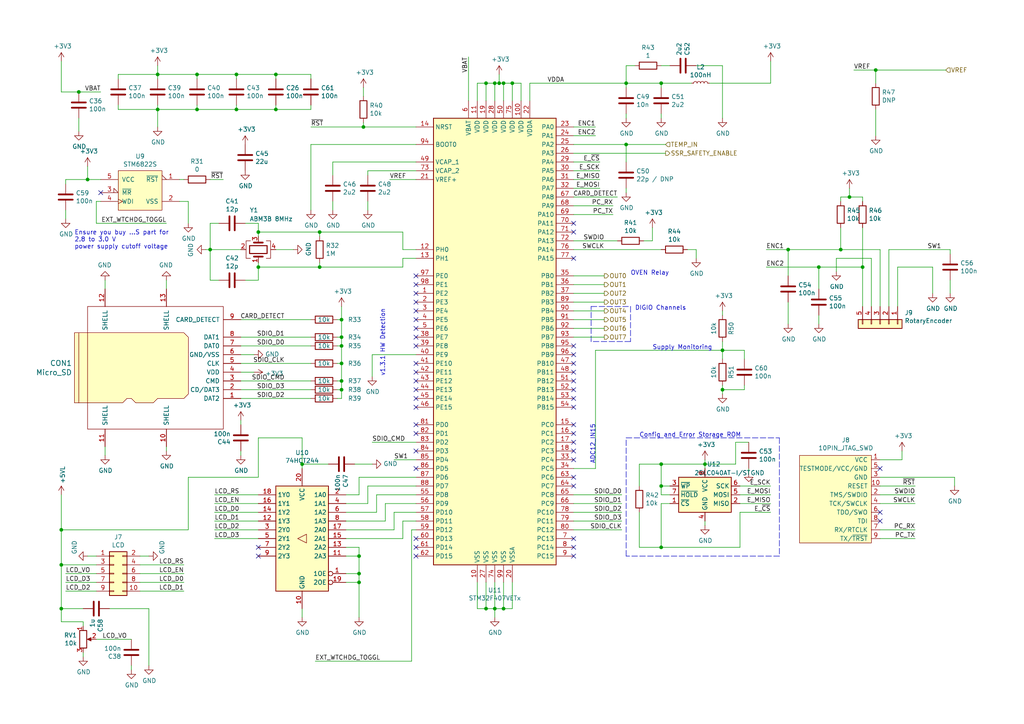
<source format=kicad_sch>
(kicad_sch (version 20211123) (generator eeschema)

  (uuid 6e055aa8-5d20-4163-bbc9-04a2dfcf0ee9)

  (paper "A4")

  (title_block
    (title "Reflow Oven Controller")
    (date "2020-02-18")
    (rev "v1.3.1")
    (company "Shimatta")
  )

  

  (junction (at 209.55 101.6) (diameter 0) (color 0 0 0 0)
    (uuid 1e4cebee-1adf-437a-baf5-353404957287)
  )
  (junction (at 191.77 134.62) (diameter 0) (color 0 0 0 0)
    (uuid 1e7ce13c-cea6-4a1c-b152-f788d7be6620)
  )
  (junction (at 99.06 100.33) (diameter 0) (color 0 0 0 0)
    (uuid 1f8b8d34-42d9-475d-bf32-41c0a83681f3)
  )
  (junction (at 243.84 72.39) (diameter 0) (color 0 0 0 0)
    (uuid 240bd214-22bc-4ff1-ab41-b0f75c4978db)
  )
  (junction (at 246.38 57.15) (diameter 0) (color 0 0 0 0)
    (uuid 2420bccc-0332-4f5c-a5fe-ede266b51081)
  )
  (junction (at 104.14 168.91) (diameter 0) (color 0 0 0 0)
    (uuid 304af39f-b7d0-4fe0-8afe-d7ca0ec34c40)
  )
  (junction (at 191.77 158.75) (diameter 0) (color 0 0 0 0)
    (uuid 323f95a1-08da-4fa0-9146-b89e8930ad77)
  )
  (junction (at 74.93 77.47) (diameter 0) (color 0 0 0 0)
    (uuid 34b71fde-3c84-49c2-a069-1f8bb58acf2f)
  )
  (junction (at 57.15 21.59) (diameter 0) (color 0 0 0 0)
    (uuid 35b4bf2f-a2f3-4d58-bf05-e84519aaee23)
  )
  (junction (at 17.78 176.53) (diameter 0) (color 0 0 0 0)
    (uuid 3a390292-3d01-456e-9e6c-09a038cceae7)
  )
  (junction (at 80.01 21.59) (diameter 0) (color 0 0 0 0)
    (uuid 3fcb6092-f1b0-4c6f-8188-5a256a876f8c)
  )
  (junction (at 74.93 67.31) (diameter 0) (color 0 0 0 0)
    (uuid 4090b8f2-3353-4f52-860d-7822b2637f38)
  )
  (junction (at 68.58 31.75) (diameter 0) (color 0 0 0 0)
    (uuid 4b62d3b6-c930-4144-bb23-74f0e6769b49)
  )
  (junction (at 99.06 110.49) (diameter 0) (color 0 0 0 0)
    (uuid 50b05bed-da64-412a-9d98-e366b8a1c708)
  )
  (junction (at 181.61 24.13) (diameter 0) (color 0 0 0 0)
    (uuid 5e100ba0-f3c3-4dd3-9fd4-33d7dcad1f00)
  )
  (junction (at 181.61 41.91) (diameter 0) (color 0 0 0 0)
    (uuid 5f6ffa5f-a6ff-4240-9837-ac7a38657e8b)
  )
  (junction (at 237.49 77.47) (diameter 0) (color 0 0 0 0)
    (uuid 67e8e129-d878-4da8-b929-e33e47bd4d7a)
  )
  (junction (at 92.71 67.31) (diameter 0) (color 0 0 0 0)
    (uuid 68819e2d-c67d-4f68-baac-d8b892f1262c)
  )
  (junction (at 148.59 24.13) (diameter 0) (color 0 0 0 0)
    (uuid 6c8374a2-1948-41b8-83c2-33bb44d97be7)
  )
  (junction (at 80.01 31.75) (diameter 0) (color 0 0 0 0)
    (uuid 6d148275-a67a-4433-85c5-2078a8f76090)
  )
  (junction (at 104.14 161.29) (diameter 0) (color 0 0 0 0)
    (uuid 708e5239-9c47-4c72-8fad-d59945fd8e4e)
  )
  (junction (at 92.71 77.47) (diameter 0) (color 0 0 0 0)
    (uuid 71013478-3ea0-4f52-b1fa-450f1f07ef60)
  )
  (junction (at 45.72 31.75) (diameter 0) (color 0 0 0 0)
    (uuid 7741399b-d203-407f-8b63-5cc44212e92e)
  )
  (junction (at 250.19 77.47) (diameter 0) (color 0 0 0 0)
    (uuid 778275b4-1924-4712-b406-49f3dca155b3)
  )
  (junction (at 22.86 26.67) (diameter 0) (color 0 0 0 0)
    (uuid 7a4aed3d-f4f8-4068-8493-daef8e81de58)
  )
  (junction (at 17.78 153.67) (diameter 0) (color 0 0 0 0)
    (uuid 7afd0dfb-436e-448e-b302-3933ef58a7c8)
  )
  (junction (at 140.97 24.13) (diameter 0) (color 0 0 0 0)
    (uuid 835be04b-5e36-47c7-b6e2-10522f381e71)
  )
  (junction (at 99.06 97.79) (diameter 0) (color 0 0 0 0)
    (uuid 8672390a-a4ac-4d03-b4fd-7b69575bfc7c)
  )
  (junction (at 140.97 176.53) (diameter 0) (color 0 0 0 0)
    (uuid 8a9fa8ba-8d5f-4f75-8fdc-ba1cc020dd6e)
  )
  (junction (at 87.63 134.62) (diameter 0) (color 0 0 0 0)
    (uuid 90b96313-7e20-4711-96e6-c71bd3b3d8c8)
  )
  (junction (at 99.06 105.41) (diameter 0) (color 0 0 0 0)
    (uuid 921c4703-27d9-4811-b476-a2700d5dc670)
  )
  (junction (at 68.58 21.59) (diameter 0) (color 0 0 0 0)
    (uuid 93bbd38f-1165-412d-bd44-7d71d91a7da1)
  )
  (junction (at 99.06 113.03) (diameter 0) (color 0 0 0 0)
    (uuid 95fa667e-446e-4ba4-8643-cd0ec2161972)
  )
  (junction (at 204.47 134.62) (diameter 0) (color 0 0 0 0)
    (uuid 96bad70f-b145-4e6e-92e5-23b789e3e405)
  )
  (junction (at 17.78 163.83) (diameter 0) (color 0 0 0 0)
    (uuid 96f39862-6d4c-42e1-b8b9-3b58fff231a9)
  )
  (junction (at 99.06 92.71) (diameter 0) (color 0 0 0 0)
    (uuid 973c81e6-7e5c-4c9c-8b29-3ba4ce3dc8a3)
  )
  (junction (at 146.05 176.53) (diameter 0) (color 0 0 0 0)
    (uuid 9b89d315-f86c-4a8c-aefb-8e30303c29f9)
  )
  (junction (at 45.72 21.59) (diameter 0) (color 0 0 0 0)
    (uuid 9eb0382d-d3c7-482e-b692-da1d87384f3a)
  )
  (junction (at 209.55 113.03) (diameter 0) (color 0 0 0 0)
    (uuid ad8ca6c6-4753-4813-8cfe-a73391350e7d)
  )
  (junction (at 105.41 36.83) (diameter 0) (color 0 0 0 0)
    (uuid b4e0d83a-1e44-4055-b69b-34a66bed64e8)
  )
  (junction (at 228.6 72.39) (diameter 0) (color 0 0 0 0)
    (uuid b5519b01-5d78-474c-99cc-de5a4a5cbe11)
  )
  (junction (at 143.51 24.13) (diameter 0) (color 0 0 0 0)
    (uuid c11bffcc-f013-47d1-bbe5-1a9f0941b1da)
  )
  (junction (at 60.96 72.39) (diameter 0) (color 0 0 0 0)
    (uuid c8ac8bf0-608e-4e9c-bcd3-0a51dc566b04)
  )
  (junction (at 143.51 176.53) (diameter 0) (color 0 0 0 0)
    (uuid c91bb006-c8fd-4f90-acae-395c6f14454c)
  )
  (junction (at 191.77 140.97) (diameter 0) (color 0 0 0 0)
    (uuid ca2fb944-dcf7-4691-a6f5-68442acbf473)
  )
  (junction (at 104.14 166.37) (diameter 0) (color 0 0 0 0)
    (uuid ccb497d2-68be-4187-aeff-5348d02100c0)
  )
  (junction (at 57.15 31.75) (diameter 0) (color 0 0 0 0)
    (uuid cdad0b11-6f72-4082-a5ee-402b9ffb1b67)
  )
  (junction (at 25.4 52.07) (diameter 0) (color 0 0 0 0)
    (uuid d49cc55a-14f2-4a2e-aae7-47afad3263b3)
  )
  (junction (at 191.77 24.13) (diameter 0) (color 0 0 0 0)
    (uuid dc2c0aaf-1d59-4273-b334-505b73baef84)
  )
  (junction (at 144.78 24.13) (diameter 0) (color 0 0 0 0)
    (uuid f32c3d18-f798-4e32-971c-9b6294fea356)
  )
  (junction (at 146.05 24.13) (diameter 0) (color 0 0 0 0)
    (uuid fc1147bc-8d87-4ea7-a2e8-c436ed6fcc78)
  )
  (junction (at 254 20.32) (diameter 0) (color 0 0 0 0)
    (uuid fda0f040-9981-4e02-8b81-04a78a978c96)
  )

  (no_connect (at 166.37 123.19) (uuid 01db5b17-048a-498f-8ca0-8bf04a2e59a6))
  (no_connect (at 74.93 158.75) (uuid 0643213d-80d5-4cf6-ab79-3df78c04858d))
  (no_connect (at 166.37 102.87) (uuid 137bd265-86f0-4418-b2d3-9606c5d247a9))
  (no_connect (at 166.37 128.27) (uuid 138a8cbd-26c2-41ab-89ab-bc226c426087))
  (no_connect (at 255.27 151.13) (uuid 16662cc9-b0ba-4a7f-98fa-2249987cb3aa))
  (no_connect (at 120.65 85.09) (uuid 23571b3b-97ff-42c2-9f77-ee9f2b0abd6d))
  (no_connect (at 120.65 90.17) (uuid 2b6dba3c-3559-46ff-a0bf-3e295b312c80))
  (no_connect (at 166.37 130.81) (uuid 2fec562a-d650-4f30-b7c4-158764f2c368))
  (no_connect (at 120.65 118.11) (uuid 341e0a7f-1f7e-4ebe-9e6d-b5d93d8c392a))
  (no_connect (at 120.65 130.81) (uuid 34ed8399-36be-45c1-9186-08d5b5e05ae7))
  (no_connect (at 120.65 87.63) (uuid 3b78f7d5-1187-4e25-a234-3a31852f30d3))
  (no_connect (at 166.37 110.49) (uuid 403b9617-f1d2-417c-afb6-1a11a075bf2a))
  (no_connect (at 120.65 115.57) (uuid 41614897-ba77-4416-905c-d1706b81705d))
  (no_connect (at 120.65 107.95) (uuid 451447ff-6def-440c-8843-151df0ae112c))
  (no_connect (at 120.65 92.71) (uuid 45cdebe7-4ace-400d-9a4d-5ed22c617ae8))
  (no_connect (at 166.37 158.75) (uuid 47438f93-fd8d-4d3e-89b2-56922171752b))
  (no_connect (at 120.65 156.21) (uuid 47c9696e-7af0-46bf-92dc-295eb1433bb1))
  (no_connect (at 166.37 64.77) (uuid 4850a579-8805-4c29-aaaa-8680c8ca8909))
  (no_connect (at 166.37 74.93) (uuid 5187032f-2dc9-447b-ab74-46780621c456))
  (no_connect (at 166.37 161.29) (uuid 598bbe46-4701-4ebd-a3e5-a9dd4ceaca11))
  (no_connect (at 166.37 156.21) (uuid 665fc3f2-3a1b-453b-ab41-0a839144da55))
  (no_connect (at 120.65 125.73) (uuid 72d2bd8f-1612-40b1-a88f-c39ec602ab46))
  (no_connect (at 120.65 95.25) (uuid 7764c701-001f-46ed-9230-6f767bcdaa98))
  (no_connect (at 74.93 161.29) (uuid 7adca7a3-0cde-42f1-829b-92823cfd4bf1))
  (no_connect (at 120.65 123.19) (uuid 863443b6-ec41-41fc-981d-665348f39d99))
  (no_connect (at 120.65 158.75) (uuid 8c0c1945-2832-434d-8d40-0bb09f28fdd5))
  (no_connect (at 120.65 80.01) (uuid 8d223f43-dc4f-4d8a-9579-04a9d7761507))
  (no_connect (at 255.27 148.59) (uuid 90ba69fe-adf8-45ed-a12c-828438a8f727))
  (no_connect (at 166.37 113.03) (uuid 981d5e17-eea6-499f-bb93-f57006a2d050))
  (no_connect (at 166.37 118.11) (uuid 9890ab0d-60be-401f-9610-601b07554a6a))
  (no_connect (at 120.65 97.79) (uuid a8235016-aca7-4a27-9a7a-c469a66441ba))
  (no_connect (at 166.37 133.35) (uuid b3d8dd79-4167-4e7c-93ce-a264aa6556e0))
  (no_connect (at 120.65 100.33) (uuid b430809f-704f-4e7d-b644-54f73168fb8f))
  (no_connect (at 166.37 100.33) (uuid b5689cdf-fdf6-470e-92fe-3533cd155f64))
  (no_connect (at 166.37 105.41) (uuid b5ed874a-efea-4d1b-88e7-df306a654854))
  (no_connect (at 166.37 67.31) (uuid bc4fdacc-59de-456e-95bd-28d3c652b56f))
  (no_connect (at 120.65 135.89) (uuid c1219bad-306a-42ed-ae4b-67ae30521c53))
  (no_connect (at 120.65 161.29) (uuid c3032f8d-dd60-4b8c-b0d8-b2685038b8e7))
  (no_connect (at 166.37 107.95) (uuid c393e27a-97a4-4bf2-8f0a-098dc4db274f))
  (no_connect (at 255.27 135.89) (uuid cd44a7e6-f4ab-4362-9907-5bdfb5bae6af))
  (no_connect (at 120.65 113.03) (uuid d861e9ea-c60b-464d-bf3d-b610385abca2))
  (no_connect (at 120.65 82.55) (uuid ddc91c07-527f-4fc9-b4fc-8417b029ee6b))
  (no_connect (at 120.65 105.41) (uuid e1416fff-80bd-4c84-b0bd-ee38126913d6))
  (no_connect (at 166.37 115.57) (uuid e437bd6c-01bd-4882-8ba4-536a93079088))
  (no_connect (at 166.37 138.43) (uuid e95f7214-5a20-45aa-a171-53e8a8954028))
  (no_connect (at 120.65 110.49) (uuid ea0786f7-5a68-4e0e-84a2-dce4ff5bce71))
  (no_connect (at 29.21 55.88) (uuid f7a64069-f758-4736-9eb0-4c02a307ed91))
  (no_connect (at 166.37 140.97) (uuid fedd6b57-f86a-43b7-88ac-ad7bf967709d))
  (no_connect (at 166.37 125.73) (uuid ff457465-6b78-4b04-a13d-ea083e722481))

  (wire (pts (xy 194.31 143.51) (xy 191.77 143.51))
    (stroke (width 0) (type default) (color 0 0 0 0))
    (uuid 001588c0-3fbf-4069-aef3-d8c74c12aaad)
  )
  (wire (pts (xy 214.63 146.05) (xy 223.52 146.05))
    (stroke (width 0) (type default) (color 0 0 0 0))
    (uuid 0187d300-eca1-4045-a084-03c725697485)
  )
  (wire (pts (xy 257.81 88.9) (xy 257.81 72.39))
    (stroke (width 0) (type default) (color 0 0 0 0))
    (uuid 031044c2-1293-4a83-bb32-16640b6ae02d)
  )
  (wire (pts (xy 185.42 158.75) (xy 191.77 158.75))
    (stroke (width 0) (type default) (color 0 0 0 0))
    (uuid 037a614e-5f23-4701-92e9-8dc3944269dc)
  )
  (wire (pts (xy 181.61 41.91) (xy 181.61 46.99))
    (stroke (width 0) (type default) (color 0 0 0 0))
    (uuid 03849173-1c3c-44ef-b76b-3e96699acc5c)
  )
  (wire (pts (xy 97.79 100.33) (xy 99.06 100.33))
    (stroke (width 0) (type default) (color 0 0 0 0))
    (uuid 03c1fecf-45ab-4906-8343-94138fe875dc)
  )
  (wire (pts (xy 250.19 66.04) (xy 250.19 77.47))
    (stroke (width 0) (type default) (color 0 0 0 0))
    (uuid 0549c2be-f016-4476-b338-329b05b9feac)
  )
  (wire (pts (xy 252.73 74.93) (xy 242.57 74.93))
    (stroke (width 0) (type default) (color 0 0 0 0))
    (uuid 05613aa8-d648-4954-a8d1-1fac91d82178)
  )
  (wire (pts (xy 34.29 30.48) (xy 34.29 31.75))
    (stroke (width 0) (type default) (color 0 0 0 0))
    (uuid 05e84b4e-1ca3-46ef-8042-e3a467d26a04)
  )
  (wire (pts (xy 68.58 21.59) (xy 68.58 22.86))
    (stroke (width 0) (type default) (color 0 0 0 0))
    (uuid 06a00ad7-7071-47da-985a-e45606bd1595)
  )
  (wire (pts (xy 69.85 97.79) (xy 90.17 97.79))
    (stroke (width 0) (type default) (color 0 0 0 0))
    (uuid 08668795-c1ce-442c-8138-0f2818a96e40)
  )
  (wire (pts (xy 22.86 26.67) (xy 29.21 26.67))
    (stroke (width 0) (type default) (color 0 0 0 0))
    (uuid 092d1046-3112-4ab6-b1c1-530e3c0fd5da)
  )
  (wire (pts (xy 92.71 77.47) (xy 116.84 77.47))
    (stroke (width 0) (type default) (color 0 0 0 0))
    (uuid 09ca5e89-023e-4ec6-bdc4-bdf2a686cb37)
  )
  (wire (pts (xy 214.63 148.59) (xy 223.52 148.59))
    (stroke (width 0) (type default) (color 0 0 0 0))
    (uuid 0a23e243-cc0b-437b-9deb-e8fbfdcd68ca)
  )
  (wire (pts (xy 237.49 91.44) (xy 237.49 93.98))
    (stroke (width 0) (type default) (color 0 0 0 0))
    (uuid 0a24d823-49b8-413b-aad6-8d99c4a3c5fd)
  )
  (wire (pts (xy 246.38 57.15) (xy 246.38 54.61))
    (stroke (width 0) (type default) (color 0 0 0 0))
    (uuid 0a8240f0-271d-4da6-9a1c-b091d51f5939)
  )
  (wire (pts (xy 17.78 163.83) (xy 27.94 163.83))
    (stroke (width 0) (type default) (color 0 0 0 0))
    (uuid 0b72014f-30f3-4c68-881a-2775bf77acbd)
  )
  (wire (pts (xy 100.33 146.05) (xy 106.68 146.05))
    (stroke (width 0) (type default) (color 0 0 0 0))
    (uuid 0d0fae4d-7b6f-4fe7-b3f4-48c658687e0e)
  )
  (wire (pts (xy 106.68 140.97) (xy 120.65 140.97))
    (stroke (width 0) (type default) (color 0 0 0 0))
    (uuid 0df66f71-67a1-4d13-ac67-aba9e7a77130)
  )
  (wire (pts (xy 69.85 123.19) (xy 69.85 121.92))
    (stroke (width 0) (type default) (color 0 0 0 0))
    (uuid 0e46c4ae-f295-4eef-8f77-7e79a81bb805)
  )
  (wire (pts (xy 74.93 81.28) (xy 74.93 77.47))
    (stroke (width 0) (type default) (color 0 0 0 0))
    (uuid 0f095d49-f26a-4272-8935-ccaa320bfacd)
  )
  (wire (pts (xy 255.27 140.97) (xy 265.43 140.97))
    (stroke (width 0) (type default) (color 0 0 0 0))
    (uuid 0fdc8138-790a-4df9-8a75-bf9165f2e6d1)
  )
  (wire (pts (xy 254 20.32) (xy 254 24.13))
    (stroke (width 0) (type default) (color 0 0 0 0))
    (uuid 105dd6ee-50f5-4550-bdb0-ee477d93eb21)
  )
  (wire (pts (xy 97.79 97.79) (xy 99.06 97.79))
    (stroke (width 0) (type default) (color 0 0 0 0))
    (uuid 106f6ee3-1a02-4e3a-9b4b-6b0b9db1acae)
  )
  (wire (pts (xy 166.37 97.79) (xy 175.26 97.79))
    (stroke (width 0) (type default) (color 0 0 0 0))
    (uuid 10b2478d-b3a0-431d-99b5-b22d79f6f8b9)
  )
  (wire (pts (xy 45.72 19.05) (xy 45.72 21.59))
    (stroke (width 0) (type default) (color 0 0 0 0))
    (uuid 10bed1e4-7c3c-4510-a862-868ca2659703)
  )
  (wire (pts (xy 99.06 110.49) (xy 99.06 105.41))
    (stroke (width 0) (type default) (color 0 0 0 0))
    (uuid 11b36b00-ed6f-45e8-9d5a-c263ead850ff)
  )
  (wire (pts (xy 104.14 166.37) (xy 104.14 161.29))
    (stroke (width 0) (type default) (color 0 0 0 0))
    (uuid 1224a525-a896-4286-aa43-065a0713a898)
  )
  (wire (pts (xy 45.72 31.75) (xy 45.72 36.83))
    (stroke (width 0) (type default) (color 0 0 0 0))
    (uuid 14ddcfe5-3d3d-427d-b37f-d0a8b8723857)
  )
  (wire (pts (xy 74.93 68.58) (xy 74.93 67.31))
    (stroke (width 0) (type default) (color 0 0 0 0))
    (uuid 1502d55c-46c4-4afe-bf09-e0661d810109)
  )
  (wire (pts (xy 228.6 93.98) (xy 228.6 87.63))
    (stroke (width 0) (type default) (color 0 0 0 0))
    (uuid 158b73b0-faa1-42ce-b687-d3fb048ec931)
  )
  (wire (pts (xy 191.77 158.75) (xy 214.63 158.75))
    (stroke (width 0) (type default) (color 0 0 0 0))
    (uuid 18723aaa-495d-4199-850f-cba3817c7690)
  )
  (wire (pts (xy 201.93 72.39) (xy 201.93 74.93))
    (stroke (width 0) (type default) (color 0 0 0 0))
    (uuid 189c406d-99c0-445b-9121-083715c6985e)
  )
  (wire (pts (xy 87.63 127) (xy 87.63 134.62))
    (stroke (width 0) (type default) (color 0 0 0 0))
    (uuid 18e2cd26-e83f-46c0-8772-e1a6c87afbe6)
  )
  (wire (pts (xy 228.6 72.39) (xy 243.84 72.39))
    (stroke (width 0) (type default) (color 0 0 0 0))
    (uuid 19ef7e2e-e35d-4e04-bfef-5a16e754e05b)
  )
  (wire (pts (xy 172.72 36.83) (xy 166.37 36.83))
    (stroke (width 0) (type default) (color 0 0 0 0))
    (uuid 1a6e2b9c-1a80-4006-8f01-5cc4a1a3adca)
  )
  (wire (pts (xy 191.77 134.62) (xy 204.47 134.62))
    (stroke (width 0) (type default) (color 0 0 0 0))
    (uuid 1aca4284-630f-49a6-9e0a-21cd6aeb14e1)
  )
  (wire (pts (xy 45.72 21.59) (xy 57.15 21.59))
    (stroke (width 0) (type default) (color 0 0 0 0))
    (uuid 1bf5c4b8-8034-4449-9f54-75934aae2beb)
  )
  (wire (pts (xy 204.47 134.62) (xy 213.36 134.62))
    (stroke (width 0) (type default) (color 0 0 0 0))
    (uuid 1c9af29b-2d60-4d34-9ff6-a82df411eb78)
  )
  (wire (pts (xy 69.85 132.08) (xy 69.85 130.81))
    (stroke (width 0) (type default) (color 0 0 0 0))
    (uuid 1eaf389a-3477-485f-a15a-ed93c6f7493e)
  )
  (wire (pts (xy 109.22 143.51) (xy 120.65 143.51))
    (stroke (width 0) (type default) (color 0 0 0 0))
    (uuid 1f201f42-bff5-4116-8986-bd41379f660f)
  )
  (wire (pts (xy 71.12 64.77) (xy 74.93 64.77))
    (stroke (width 0) (type default) (color 0 0 0 0))
    (uuid 1f51fe7c-7ce1-4a16-b98d-a38ad3a9b099)
  )
  (wire (pts (xy 99.06 115.57) (xy 99.06 113.03))
    (stroke (width 0) (type default) (color 0 0 0 0))
    (uuid 1fb38c9c-9825-436b-9af6-28650dece314)
  )
  (wire (pts (xy 62.23 148.59) (xy 74.93 148.59))
    (stroke (width 0) (type default) (color 0 0 0 0))
    (uuid 20313f82-1cfd-448e-94ee-d9e0480ba31c)
  )
  (wire (pts (xy 138.43 29.21) (xy 138.43 24.13))
    (stroke (width 0) (type default) (color 0 0 0 0))
    (uuid 204b7ab4-b13c-4518-bd1e-69142d1d5b3a)
  )
  (polyline (pts (xy 171.45 99.06) (xy 171.45 88.9))
    (stroke (width 0) (type default) (color 0 0 0 0))
    (uuid 20e3eb3a-263f-40a8-87e5-fecba4d78c3a)
  )

  (wire (pts (xy 140.97 176.53) (xy 143.51 176.53))
    (stroke (width 0) (type default) (color 0 0 0 0))
    (uuid 2274d44d-649d-4d36-9f37-7c9f36465c09)
  )
  (wire (pts (xy 166.37 39.37) (xy 172.72 39.37))
    (stroke (width 0) (type default) (color 0 0 0 0))
    (uuid 22dd8e5f-84d7-4238-8332-cc1f34be4c29)
  )
  (wire (pts (xy 191.77 25.4) (xy 191.77 24.13))
    (stroke (width 0) (type default) (color 0 0 0 0))
    (uuid 2309dc3f-1482-4151-91cc-cb19586b3a82)
  )
  (wire (pts (xy 166.37 57.15) (xy 179.07 57.15))
    (stroke (width 0) (type default) (color 0 0 0 0))
    (uuid 24d65e3c-b004-4082-b9f6-bed1b9eab8bb)
  )
  (wire (pts (xy 204.47 133.35) (xy 204.47 134.62))
    (stroke (width 0) (type default) (color 0 0 0 0))
    (uuid 251f4d19-23e9-494d-b3c2-8ff5b37d57f4)
  )
  (wire (pts (xy 34.29 31.75) (xy 45.72 31.75))
    (stroke (width 0) (type default) (color 0 0 0 0))
    (uuid 2589150c-51b5-49b8-8a72-046d0d2ab2b6)
  )
  (wire (pts (xy 175.26 80.01) (xy 166.37 80.01))
    (stroke (width 0) (type default) (color 0 0 0 0))
    (uuid 2638c466-8f40-4da6-b820-72554e052098)
  )
  (wire (pts (xy 209.55 99.06) (xy 209.55 101.6))
    (stroke (width 0) (type default) (color 0 0 0 0))
    (uuid 26ec82c5-69bf-46a6-b939-79df4939e725)
  )
  (wire (pts (xy 74.93 64.77) (xy 74.93 67.31))
    (stroke (width 0) (type default) (color 0 0 0 0))
    (uuid 27b87374-cc8f-452f-a46c-8d42d666d07c)
  )
  (wire (pts (xy 261.62 133.35) (xy 261.62 130.81))
    (stroke (width 0) (type default) (color 0 0 0 0))
    (uuid 28fbe6e4-f2a4-48c7-a707-6a055bfd9789)
  )
  (wire (pts (xy 250.19 57.15) (xy 246.38 57.15))
    (stroke (width 0) (type default) (color 0 0 0 0))
    (uuid 292bd4de-17d5-4fc5-8856-63f1500eefd4)
  )
  (wire (pts (xy 254 20.32) (xy 274.32 20.32))
    (stroke (width 0) (type default) (color 0 0 0 0))
    (uuid 2971c03d-ab85-473b-81f1-51ff888f798b)
  )
  (wire (pts (xy 138.43 24.13) (xy 140.97 24.13))
    (stroke (width 0) (type default) (color 0 0 0 0))
    (uuid 2993257c-f667-405a-9162-ab26d976333d)
  )
  (wire (pts (xy 27.94 64.77) (xy 48.26 64.77))
    (stroke (width 0) (type default) (color 0 0 0 0))
    (uuid 2b7e2806-1bc2-4a2f-bfae-ec27b32753bd)
  )
  (wire (pts (xy 177.8 62.23) (xy 166.37 62.23))
    (stroke (width 0) (type default) (color 0 0 0 0))
    (uuid 2d46948c-a4e9-4125-b88b-f1c16f4b37ae)
  )
  (wire (pts (xy 85.09 72.39) (xy 80.01 72.39))
    (stroke (width 0) (type default) (color 0 0 0 0))
    (uuid 2ede4627-d94f-457f-b9b9-2d8341d4765b)
  )
  (wire (pts (xy 104.14 168.91) (xy 104.14 166.37))
    (stroke (width 0) (type default) (color 0 0 0 0))
    (uuid 2ef35386-4d55-40a2-a398-dc3cfa01a7d3)
  )
  (wire (pts (xy 116.84 77.47) (xy 116.84 74.93))
    (stroke (width 0) (type default) (color 0 0 0 0))
    (uuid 2f24ee0f-13ed-499f-9e06-c1763cf39368)
  )
  (wire (pts (xy 62.23 153.67) (xy 74.93 153.67))
    (stroke (width 0) (type default) (color 0 0 0 0))
    (uuid 2f80d5fe-c999-4dfe-8df0-597b5a63b023)
  )
  (polyline (pts (xy 181.61 161.29) (xy 181.61 127))
    (stroke (width 0) (type default) (color 0 0 0 0))
    (uuid 3103bde0-d4d3-4584-8b8b-6e79c84b6fe6)
  )

  (wire (pts (xy 48.26 130.81) (xy 48.26 129.54))
    (stroke (width 0) (type default) (color 0 0 0 0))
    (uuid 316f776b-32a3-4c5e-9e39-df74cf5ff6d3)
  )
  (wire (pts (xy 166.37 135.89) (xy 172.72 135.89))
    (stroke (width 0) (type default) (color 0 0 0 0))
    (uuid 31944f84-56a4-474d-837f-6544bda85f03)
  )
  (wire (pts (xy 22.86 34.29) (xy 22.86 38.1))
    (stroke (width 0) (type default) (color 0 0 0 0))
    (uuid 31cab17f-8728-4b97-9086-9483b143cf22)
  )
  (wire (pts (xy 213.36 128.27) (xy 217.17 128.27))
    (stroke (width 0) (type default) (color 0 0 0 0))
    (uuid 31df23d2-a5c2-4849-9f07-05842b0ffc3b)
  )
  (wire (pts (xy 222.25 77.47) (xy 237.49 77.47))
    (stroke (width 0) (type default) (color 0 0 0 0))
    (uuid 32495494-d5d9-4690-9658-55e912ba7d60)
  )
  (wire (pts (xy 74.93 138.43) (xy 54.61 138.43))
    (stroke (width 0) (type default) (color 0 0 0 0))
    (uuid 3253100b-9987-4afc-86fa-1ac445c1daf1)
  )
  (wire (pts (xy 166.37 153.67) (xy 180.34 153.67))
    (stroke (width 0) (type default) (color 0 0 0 0))
    (uuid 32dd383e-62f2-4049-9076-903bd25f2462)
  )
  (wire (pts (xy 53.34 168.91) (xy 40.64 168.91))
    (stroke (width 0) (type default) (color 0 0 0 0))
    (uuid 330abdf2-2051-41ec-ba36-285ac03f2f1e)
  )
  (wire (pts (xy 228.6 80.01) (xy 228.6 72.39))
    (stroke (width 0) (type default) (color 0 0 0 0))
    (uuid 338fade2-0323-4626-9a61-5a6c29f43ff6)
  )
  (wire (pts (xy 57.15 30.48) (xy 57.15 31.75))
    (stroke (width 0) (type default) (color 0 0 0 0))
    (uuid 342cbfb5-b05f-4db7-ad8e-803405e81d92)
  )
  (wire (pts (xy 185.42 140.97) (xy 185.42 134.62))
    (stroke (width 0) (type default) (color 0 0 0 0))
    (uuid 348cfe5b-c32a-4a03-877d-c1c326ca2fc2)
  )
  (wire (pts (xy 166.37 72.39) (xy 191.77 72.39))
    (stroke (width 0) (type default) (color 0 0 0 0))
    (uuid 36ae8b5e-208f-4981-b689-8bbeeb1e7a61)
  )
  (wire (pts (xy 243.84 66.04) (xy 243.84 72.39))
    (stroke (width 0) (type default) (color 0 0 0 0))
    (uuid 36bd10f8-8f40-43ad-afff-0c023b158694)
  )
  (wire (pts (xy 99.06 105.41) (xy 99.06 100.33))
    (stroke (width 0) (type default) (color 0 0 0 0))
    (uuid 378363ea-4558-4ce8-9081-6546d5b7298f)
  )
  (wire (pts (xy 96.52 46.99) (xy 96.52 50.8))
    (stroke (width 0) (type default) (color 0 0 0 0))
    (uuid 37a35361-355b-4ba8-a9dc-6f1e0251df33)
  )
  (wire (pts (xy 153.67 29.21) (xy 153.67 24.13))
    (stroke (width 0) (type default) (color 0 0 0 0))
    (uuid 38b6b08b-b303-477b-8526-d971a646475c)
  )
  (wire (pts (xy 100.33 166.37) (xy 104.14 166.37))
    (stroke (width 0) (type default) (color 0 0 0 0))
    (uuid 392a2d12-cb5c-44a9-846d-780b1e3ef75e)
  )
  (wire (pts (xy 92.71 76.2) (xy 92.71 77.47))
    (stroke (width 0) (type default) (color 0 0 0 0))
    (uuid 39670673-7f71-4d6e-8499-8139a4229a88)
  )
  (wire (pts (xy 116.84 74.93) (xy 120.65 74.93))
    (stroke (width 0) (type default) (color 0 0 0 0))
    (uuid 3979a6e4-0c58-46e6-a7c7-b1a1edcd2dcf)
  )
  (wire (pts (xy 104.14 161.29) (xy 104.14 158.75))
    (stroke (width 0) (type default) (color 0 0 0 0))
    (uuid 39b923b8-cfca-4560-8fac-b2c4c28196be)
  )
  (wire (pts (xy 99.06 100.33) (xy 99.06 97.79))
    (stroke (width 0) (type default) (color 0 0 0 0))
    (uuid 3a261500-a73f-4cce-bdc4-e5436076cb24)
  )
  (wire (pts (xy 120.65 153.67) (xy 119.38 153.67))
    (stroke (width 0) (type default) (color 0 0 0 0))
    (uuid 3bc1b726-b927-4a98-86b5-68fb448d3d57)
  )
  (wire (pts (xy 181.61 19.05) (xy 184.15 19.05))
    (stroke (width 0) (type default) (color 0 0 0 0))
    (uuid 3bd6ae1f-2c60-4c02-b0e6-ea48c9563c9f)
  )
  (wire (pts (xy 24.13 181.61) (xy 24.13 180.34))
    (stroke (width 0) (type default) (color 0 0 0 0))
    (uuid 3c36bf24-b6b2-4246-88bb-549d6f6a20e0)
  )
  (wire (pts (xy 69.85 107.95) (xy 73.66 107.95))
    (stroke (width 0) (type default) (color 0 0 0 0))
    (uuid 3c8bd413-63e8-495c-9764-b9fc6f1d21e8)
  )
  (wire (pts (xy 181.61 54.61) (xy 181.61 55.88))
    (stroke (width 0) (type default) (color 0 0 0 0))
    (uuid 3d8de50d-a132-4257-9660-19d2fc851417)
  )
  (wire (pts (xy 181.61 25.4) (xy 181.61 24.13))
    (stroke (width 0) (type default) (color 0 0 0 0))
    (uuid 3eff4ce4-0884-4557-8cea-82c3b27e3663)
  )
  (wire (pts (xy 138.43 176.53) (xy 140.97 176.53))
    (stroke (width 0) (type default) (color 0 0 0 0))
    (uuid 3fdd928c-ebf7-4929-8b7b-7111b9b15682)
  )
  (wire (pts (xy 52.07 58.42) (xy 54.61 58.42))
    (stroke (width 0) (type default) (color 0 0 0 0))
    (uuid 4048fbfe-69c1-470d-92b8-8a50a74d71fb)
  )
  (wire (pts (xy 116.84 156.21) (xy 100.33 156.21))
    (stroke (width 0) (type default) (color 0 0 0 0))
    (uuid 40628822-242f-4ae6-b12a-4db8e404e06a)
  )
  (wire (pts (xy 204.47 134.62) (xy 204.47 135.89))
    (stroke (width 0) (type default) (color 0 0 0 0))
    (uuid 4075e821-38d0-42c2-886c-ca841497fb20)
  )
  (wire (pts (xy 194.31 146.05) (xy 191.77 146.05))
    (stroke (width 0) (type default) (color 0 0 0 0))
    (uuid 409c54f7-cec2-4b52-aeca-dca5e023379a)
  )
  (wire (pts (xy 204.47 151.13) (xy 204.47 152.4))
    (stroke (width 0) (type default) (color 0 0 0 0))
    (uuid 40df770f-0feb-45b3-b3c5-15766c922cbf)
  )
  (wire (pts (xy 120.65 41.91) (xy 90.17 41.91))
    (stroke (width 0) (type default) (color 0 0 0 0))
    (uuid 427e2572-4025-4bd0-baa3-cdcb4e1b41f5)
  )
  (wire (pts (xy 243.84 72.39) (xy 255.27 72.39))
    (stroke (width 0) (type default) (color 0 0 0 0))
    (uuid 44eb6234-135b-4511-8793-d26ff866f1a6)
  )
  (wire (pts (xy 80.01 30.48) (xy 80.01 31.75))
    (stroke (width 0) (type default) (color 0 0 0 0))
    (uuid 45999cc4-43c4-44c1-b83c-054a0e9d159e)
  )
  (wire (pts (xy 166.37 92.71) (xy 175.26 92.71))
    (stroke (width 0) (type default) (color 0 0 0 0))
    (uuid 46df31e9-3a73-47e8-a757-254f0628ef48)
  )
  (wire (pts (xy 25.4 52.07) (xy 25.4 48.26))
    (stroke (width 0) (type default) (color 0 0 0 0))
    (uuid 488f5d0b-436d-4df7-80b0-eb312c389ab4)
  )
  (wire (pts (xy 71.12 81.28) (xy 74.93 81.28))
    (stroke (width 0) (type default) (color 0 0 0 0))
    (uuid 4a500f87-22cd-463b-869a-d73f288aaeeb)
  )
  (wire (pts (xy 166.37 143.51) (xy 180.34 143.51))
    (stroke (width 0) (type default) (color 0 0 0 0))
    (uuid 4b0337d1-d487-44c0-be8a-2aada4667451)
  )
  (wire (pts (xy 255.27 88.9) (xy 255.27 72.39))
    (stroke (width 0) (type default) (color 0 0 0 0))
    (uuid 4b5f72f6-2aac-4a78-a18c-d79996780efe)
  )
  (wire (pts (xy 172.72 101.6) (xy 209.55 101.6))
    (stroke (width 0) (type default) (color 0 0 0 0))
    (uuid 4b7c2bbd-055e-4293-bcbc-79ad7f10d733)
  )
  (wire (pts (xy 119.38 191.77) (xy 91.44 191.77))
    (stroke (width 0) (type default) (color 0 0 0 0))
    (uuid 4d59037e-3af6-4877-b9ff-b4bc086870f4)
  )
  (wire (pts (xy 57.15 22.86) (xy 57.15 21.59))
    (stroke (width 0) (type default) (color 0 0 0 0))
    (uuid 4e89ea9f-6fd4-430e-bccb-3f08bcfd063e)
  )
  (wire (pts (xy 60.96 72.39) (xy 59.69 72.39))
    (stroke (width 0) (type default) (color 0 0 0 0))
    (uuid 4ea14c57-fe7b-45ab-8437-bc741cbea948)
  )
  (wire (pts (xy 146.05 176.53) (xy 148.59 176.53))
    (stroke (width 0) (type default) (color 0 0 0 0))
    (uuid 50d2f82d-d227-4857-b422-92838b2097f9)
  )
  (wire (pts (xy 172.72 135.89) (xy 172.72 101.6))
    (stroke (width 0) (type default) (color 0 0 0 0))
    (uuid 50edadd6-a084-48b9-b0f9-440c664728b3)
  )
  (wire (pts (xy 242.57 74.93) (xy 242.57 78.74))
    (stroke (width 0) (type default) (color 0 0 0 0))
    (uuid 5164a0bb-8b28-49d0-8c83-6f086185ebed)
  )
  (wire (pts (xy 69.85 105.41) (xy 90.17 105.41))
    (stroke (width 0) (type default) (color 0 0 0 0))
    (uuid 51d58547-fbd2-45d4-a1d7-034935dc80f0)
  )
  (wire (pts (xy 19.05 171.45) (xy 27.94 171.45))
    (stroke (width 0) (type default) (color 0 0 0 0))
    (uuid 5220cd99-aa3c-4da8-930a-74a1db9a65af)
  )
  (wire (pts (xy 38.1 193.04) (xy 38.1 194.31))
    (stroke (width 0) (type default) (color 0 0 0 0))
    (uuid 5389f896-892b-4ec8-b36e-ff8609e0e314)
  )
  (wire (pts (xy 53.34 163.83) (xy 40.64 163.83))
    (stroke (width 0) (type default) (color 0 0 0 0))
    (uuid 540b9763-4dff-4dd4-b1b4-d5d0f4850823)
  )
  (wire (pts (xy 104.14 143.51) (xy 100.33 143.51))
    (stroke (width 0) (type default) (color 0 0 0 0))
    (uuid 5472b2e1-aff9-4a7d-bace-345a98d78b8e)
  )
  (wire (pts (xy 146.05 168.91) (xy 146.05 176.53))
    (stroke (width 0) (type default) (color 0 0 0 0))
    (uuid 54dbfdfb-2fe2-43c2-8cb4-e603d7998c96)
  )
  (wire (pts (xy 19.05 168.91) (xy 27.94 168.91))
    (stroke (width 0) (type default) (color 0 0 0 0))
    (uuid 55b2d76c-54e7-4a2a-8aa1-3c3ab9357510)
  )
  (wire (pts (xy 105.41 35.56) (xy 105.41 36.83))
    (stroke (width 0) (type default) (color 0 0 0 0))
    (uuid 564ff758-2895-4a23-9457-dcec4e3f6bbe)
  )
  (wire (pts (xy 257.81 72.39) (xy 275.59 72.39))
    (stroke (width 0) (type default) (color 0 0 0 0))
    (uuid 568889f5-f2b7-4e6d-8ca2-51a846137b4e)
  )
  (wire (pts (xy 90.17 41.91) (xy 90.17 60.96))
    (stroke (width 0) (type default) (color 0 0 0 0))
    (uuid 568bfa17-67ea-4a42-8b9b-827a522f5747)
  )
  (wire (pts (xy 40.64 171.45) (xy 53.34 171.45))
    (stroke (width 0) (type default) (color 0 0 0 0))
    (uuid 56cb9162-2cdd-4ca8-b4cf-284df3e26424)
  )
  (wire (pts (xy 87.63 127) (xy 74.93 127))
    (stroke (width 0) (type default) (color 0 0 0 0))
    (uuid 5766e482-e474-44dd-b64d-a92c974904b7)
  )
  (wire (pts (xy 166.37 44.45) (xy 193.04 44.45))
    (stroke (width 0) (type default) (color 0 0 0 0))
    (uuid 580c5943-572a-48e8-9e54-9580daeb04e8)
  )
  (wire (pts (xy 237.49 83.82) (xy 237.49 77.47))
    (stroke (width 0) (type default) (color 0 0 0 0))
    (uuid 58ccc4ef-fbbd-4124-bf02-cf36ca3d012a)
  )
  (wire (pts (xy 31.75 176.53) (xy 43.18 176.53))
    (stroke (width 0) (type default) (color 0 0 0 0))
    (uuid 5a5a7c1a-1d5f-41cc-88a1-0c1a62a68042)
  )
  (wire (pts (xy 24.13 180.34) (xy 17.78 180.34))
    (stroke (width 0) (type default) (color 0 0 0 0))
    (uuid 5a9d60f1-8eb2-49ef-9487-c1b847be82be)
  )
  (wire (pts (xy 270.51 77.47) (xy 270.51 85.09))
    (stroke (width 0) (type default) (color 0 0 0 0))
    (uuid 5afdd831-eef8-4e13-817b-8480aed0d3dd)
  )
  (wire (pts (xy 140.97 168.91) (xy 140.97 176.53))
    (stroke (width 0) (type default) (color 0 0 0 0))
    (uuid 5b0fc7c8-e82a-4cd7-aef7-d06a8326cb0a)
  )
  (wire (pts (xy 246.38 57.15) (xy 243.84 57.15))
    (stroke (width 0) (type default) (color 0 0 0 0))
    (uuid 5c51d4d7-b432-42c1-8086-b4cfce498694)
  )
  (wire (pts (xy 25.4 161.29) (xy 27.94 161.29))
    (stroke (width 0) (type default) (color 0 0 0 0))
    (uuid 5df90bf5-9299-4869-8cf9-2cc0618dc0ad)
  )
  (wire (pts (xy 191.77 146.05) (xy 191.77 158.75))
    (stroke (width 0) (type default) (color 0 0 0 0))
    (uuid 5edcbf2a-b557-4e1e-bcd8-d10cfb567a88)
  )
  (wire (pts (xy 214.63 158.75) (xy 214.63 148.59))
    (stroke (width 0) (type default) (color 0 0 0 0))
    (uuid 5fa9b80f-635b-4498-b9c9-939d76ce98e9)
  )
  (wire (pts (xy 114.3 133.35) (xy 120.65 133.35))
    (stroke (width 0) (type default) (color 0 0 0 0))
    (uuid 5fc8dd70-afec-4699-ae5a-c8a6722bc150)
  )
  (wire (pts (xy 120.65 128.27) (xy 107.95 128.27))
    (stroke (width 0) (type default) (color 0 0 0 0))
    (uuid 62b7c33d-4718-40ec-94e8-82d3321d2c91)
  )
  (wire (pts (xy 166.37 151.13) (xy 180.34 151.13))
    (stroke (width 0) (type default) (color 0 0 0 0))
    (uuid 62c9ba5d-a1e6-4971-92b2-4e2ddd1d3e26)
  )
  (wire (pts (xy 255.27 138.43) (xy 276.86 138.43))
    (stroke (width 0) (type default) (color 0 0 0 0))
    (uuid 63b56ee9-26b2-4ee9-a5fa-822c99601ada)
  )
  (wire (pts (xy 104.14 168.91) (xy 104.14 179.07))
    (stroke (width 0) (type default) (color 0 0 0 0))
    (uuid 63f69702-8b6b-48fc-bcdf-5fe6f6ee475e)
  )
  (wire (pts (xy 199.39 72.39) (xy 201.93 72.39))
    (stroke (width 0) (type default) (color 0 0 0 0))
    (uuid 654dc86c-9952-4a77-b686-5b66c251db79)
  )
  (wire (pts (xy 54.61 58.42) (xy 54.61 64.77))
    (stroke (width 0) (type default) (color 0 0 0 0))
    (uuid 663a3b0b-ab03-4581-be32-35eaf86c942b)
  )
  (wire (pts (xy 99.06 92.71) (xy 99.06 97.79))
    (stroke (width 0) (type default) (color 0 0 0 0))
    (uuid 66af7341-6028-43f1-b82e-92048909e8b2)
  )
  (wire (pts (xy 27.94 64.77) (xy 27.94 58.42))
    (stroke (width 0) (type default) (color 0 0 0 0))
    (uuid 67010cd4-47f7-495c-b403-613320c34b69)
  )
  (wire (pts (xy 60.96 52.07) (xy 64.77 52.07))
    (stroke (width 0) (type default) (color 0 0 0 0))
    (uuid 67cf7675-8fa2-496e-9f54-a7fdb2b9259f)
  )
  (wire (pts (xy 27.94 58.42) (xy 29.21 58.42))
    (stroke (width 0) (type default) (color 0 0 0 0))
    (uuid 6804ae0f-7c3a-4140-b30a-fb1e79f77930)
  )
  (wire (pts (xy 148.59 29.21) (xy 148.59 24.13))
    (stroke (width 0) (type default) (color 0 0 0 0))
    (uuid 68d94c24-fa52-48d3-b6b2-8a81bd1b2060)
  )
  (wire (pts (xy 95.25 134.62) (xy 87.63 134.62))
    (stroke (width 0) (type default) (color 0 0 0 0))
    (uuid 68fd37f3-5d78-46cc-b58a-d1ea388d418f)
  )
  (wire (pts (xy 175.26 95.25) (xy 166.37 95.25))
    (stroke (width 0) (type default) (color 0 0 0 0))
    (uuid 691bed49-c2df-4da9-b2f6-8977d02bd85c)
  )
  (wire (pts (xy 54.61 138.43) (xy 54.61 153.67))
    (stroke (width 0) (type default) (color 0 0 0 0))
    (uuid 6943941c-c5fa-4684-a326-904b0bdb8032)
  )
  (wire (pts (xy 181.61 34.29) (xy 181.61 33.02))
    (stroke (width 0) (type default) (color 0 0 0 0))
    (uuid 6a2b18d1-e303-402f-b55f-6eea2cdfb3a3)
  )
  (wire (pts (xy 69.85 113.03) (xy 90.17 113.03))
    (stroke (width 0) (type default) (color 0 0 0 0))
    (uuid 6a5b234d-51d7-4892-bf13-fb8d30f5699a)
  )
  (wire (pts (xy 45.72 22.86) (xy 45.72 21.59))
    (stroke (width 0) (type default) (color 0 0 0 0))
    (uuid 6a988669-4ce1-409f-98b8-56bd0e2dc0b0)
  )
  (wire (pts (xy 69.85 100.33) (xy 90.17 100.33))
    (stroke (width 0) (type default) (color 0 0 0 0))
    (uuid 6bb897d4-126f-4601-aa60-775c8299251e)
  )
  (wire (pts (xy 116.84 72.39) (xy 120.65 72.39))
    (stroke (width 0) (type default) (color 0 0 0 0))
    (uuid 6bf2268c-4b5f-455c-9b3b-ca8450b300ba)
  )
  (wire (pts (xy 191.77 140.97) (xy 194.31 140.97))
    (stroke (width 0) (type default) (color 0 0 0 0))
    (uuid 6c5f9a1c-6988-45fe-a759-8fdfb1bb8241)
  )
  (wire (pts (xy 255.27 156.21) (xy 265.43 156.21))
    (stroke (width 0) (type default) (color 0 0 0 0))
    (uuid 6e135228-caa0-4a83-b831-75f82a8ac8ba)
  )
  (wire (pts (xy 97.79 92.71) (xy 99.06 92.71))
    (stroke (width 0) (type default) (color 0 0 0 0))
    (uuid 6eab5dee-7341-4444-8736-de908bf5d67e)
  )
  (wire (pts (xy 68.58 21.59) (xy 80.01 21.59))
    (stroke (width 0) (type default) (color 0 0 0 0))
    (uuid 6f6dbe24-09d7-4cd1-a137-6077a1ab6ab1)
  )
  (wire (pts (xy 260.35 77.47) (xy 260.35 88.9))
    (stroke (width 0) (type default) (color 0 0 0 0))
    (uuid 6f868174-5107-4707-aa64-75187f43abcb)
  )
  (wire (pts (xy 166.37 69.85) (xy 179.07 69.85))
    (stroke (width 0) (type default) (color 0 0 0 0))
    (uuid 71dc5a86-fd4b-444d-a698-d75eb62cc7cc)
  )
  (wire (pts (xy 166.37 52.07) (xy 173.99 52.07))
    (stroke (width 0) (type default) (color 0 0 0 0))
    (uuid 732394aa-4080-4093-8b48-c5e4235fe635)
  )
  (wire (pts (xy 114.3 153.67) (xy 114.3 148.59))
    (stroke (width 0) (type default) (color 0 0 0 0))
    (uuid 738374b7-e36d-437b-afb9-2e499a965c6f)
  )
  (wire (pts (xy 99.06 113.03) (xy 99.06 110.49))
    (stroke (width 0) (type default) (color 0 0 0 0))
    (uuid 738d71dc-a67f-46c0-95bb-298cfdc9d2b3)
  )
  (wire (pts (xy 209.55 111.76) (xy 209.55 113.03))
    (stroke (width 0) (type default) (color 0 0 0 0))
    (uuid 7469c6e1-8612-4886-a350-d5a03e546dfa)
  )
  (wire (pts (xy 74.93 76.2) (xy 74.93 77.47))
    (stroke (width 0) (type default) (color 0 0 0 0))
    (uuid 7649f7f1-2f78-4734-ba47-a66313a5499c)
  )
  (wire (pts (xy 17.78 180.34) (xy 17.78 176.53))
    (stroke (width 0) (type default) (color 0 0 0 0))
    (uuid 76fec988-3ea5-4c85-8d8b-c165f1e04c82)
  )
  (wire (pts (xy 144.78 24.13) (xy 146.05 24.13))
    (stroke (width 0) (type default) (color 0 0 0 0))
    (uuid 77344aa8-dd00-4099-84e2-e22b5c4286cc)
  )
  (wire (pts (xy 223.52 17.78) (xy 223.52 24.13))
    (stroke (width 0) (type default) (color 0 0 0 0))
    (uuid 7763a089-a72f-40c0-9519-517653dd5a50)
  )
  (wire (pts (xy 243.84 57.15) (xy 243.84 58.42))
    (stroke (width 0) (type default) (color 0 0 0 0))
    (uuid 7a2b04db-f623-4aac-a608-3b10aa303c2f)
  )
  (wire (pts (xy 92.71 67.31) (xy 116.84 67.31))
    (stroke (width 0) (type default) (color 0 0 0 0))
    (uuid 7ababa25-e63b-4596-8783-84d08810a751)
  )
  (wire (pts (xy 80.01 31.75) (xy 90.17 31.75))
    (stroke (width 0) (type default) (color 0 0 0 0))
    (uuid 7aebf7f9-94c9-4aa7-b1f2-d7623bd91f7f)
  )
  (wire (pts (xy 144.78 24.13) (xy 144.78 21.59))
    (stroke (width 0) (type default) (color 0 0 0 0))
    (uuid 7b16925a-5a5d-40a3-9277-669b3c5282df)
  )
  (polyline (pts (xy 182.88 88.9) (xy 182.88 99.06))
    (stroke (width 0) (type default) (color 0 0 0 0))
    (uuid 7c608573-4dbd-4848-a46b-e6679c3f1901)
  )

  (wire (pts (xy 135.89 16.51) (xy 135.89 29.21))
    (stroke (width 0) (type default) (color 0 0 0 0))
    (uuid 7c9a4cdf-d3a1-45b3-9928-bf33986740b4)
  )
  (wire (pts (xy 69.85 102.87) (xy 73.66 102.87))
    (stroke (width 0) (type default) (color 0 0 0 0))
    (uuid 7dc1a259-2f48-4783-8c52-78a60e25dc04)
  )
  (wire (pts (xy 100.33 148.59) (xy 109.22 148.59))
    (stroke (width 0) (type default) (color 0 0 0 0))
    (uuid 7e6805f1-0ca8-4ad1-b850-d463ec9aacaa)
  )
  (wire (pts (xy 146.05 24.13) (xy 148.59 24.13))
    (stroke (width 0) (type default) (color 0 0 0 0))
    (uuid 7edd6921-412d-460d-ac16-16801e67f547)
  )
  (wire (pts (xy 120.65 138.43) (xy 104.14 138.43))
    (stroke (width 0) (type default) (color 0 0 0 0))
    (uuid 7fcf4ef5-969d-493b-a9b0-adf9107ec9ae)
  )
  (wire (pts (xy 153.67 24.13) (xy 181.61 24.13))
    (stroke (width 0) (type default) (color 0 0 0 0))
    (uuid 8095963d-3416-4c89-a317-5b2034b91b93)
  )
  (wire (pts (xy 116.84 151.13) (xy 116.84 156.21))
    (stroke (width 0) (type default) (color 0 0 0 0))
    (uuid 81177c6c-35e4-4df9-bd99-5221dc56005c)
  )
  (wire (pts (xy 166.37 146.05) (xy 180.34 146.05))
    (stroke (width 0) (type default) (color 0 0 0 0))
    (uuid 820d2694-1681-4d63-a07d-dd81bfabcf7e)
  )
  (wire (pts (xy 250.19 77.47) (xy 250.19 88.9))
    (stroke (width 0) (type default) (color 0 0 0 0))
    (uuid 82114a7c-0d89-4211-8f8b-dd3a30b2bf04)
  )
  (wire (pts (xy 62.23 146.05) (xy 74.93 146.05))
    (stroke (width 0) (type default) (color 0 0 0 0))
    (uuid 82cbcc93-a5db-41e2-b3ac-781866ab9602)
  )
  (wire (pts (xy 119.38 153.67) (xy 119.38 191.77))
    (stroke (width 0) (type default) (color 0 0 0 0))
    (uuid 8307946e-0abb-4c2c-932b-39bf3c6b8ae7)
  )
  (wire (pts (xy 209.55 101.6) (xy 209.55 104.14))
    (stroke (width 0) (type default) (color 0 0 0 0))
    (uuid 837e2dbd-dece-463b-9185-a821982dae64)
  )
  (wire (pts (xy 17.78 26.67) (xy 22.86 26.67))
    (stroke (width 0) (type default) (color 0 0 0 0))
    (uuid 83995cec-dd88-4403-9a9a-8c5ccb1a5910)
  )
  (wire (pts (xy 255.27 143.51) (xy 265.43 143.51))
    (stroke (width 0) (type default) (color 0 0 0 0))
    (uuid 83caedfe-dc25-48bd-a8a4-6a77f1095d5c)
  )
  (wire (pts (xy 222.25 72.39) (xy 228.6 72.39))
    (stroke (width 0) (type default) (color 0 0 0 0))
    (uuid 83efb351-ecc2-4fb4-ba0f-81955587592c)
  )
  (wire (pts (xy 60.96 64.77) (xy 63.5 64.77))
    (stroke (width 0) (type default) (color 0 0 0 0))
    (uuid 844e66b1-8dfe-4956-938c-6db548c76d0b)
  )
  (wire (pts (xy 175.26 85.09) (xy 166.37 85.09))
    (stroke (width 0) (type default) (color 0 0 0 0))
    (uuid 84642930-4f96-4a2b-b143-23252805f06d)
  )
  (wire (pts (xy 80.01 31.75) (xy 68.58 31.75))
    (stroke (width 0) (type default) (color 0 0 0 0))
    (uuid 8568bbe5-770a-4c39-b412-aa35da4512a3)
  )
  (wire (pts (xy 116.84 67.31) (xy 116.84 72.39))
    (stroke (width 0) (type default) (color 0 0 0 0))
    (uuid 865cab86-6c48-40bc-9cae-2a7d6646b8a7)
  )
  (wire (pts (xy 209.55 19.05) (xy 209.55 34.29))
    (stroke (width 0) (type default) (color 0 0 0 0))
    (uuid 878c59fc-9cf8-4863-ab71-8e0b2cf2360b)
  )
  (wire (pts (xy 185.42 134.62) (xy 191.77 134.62))
    (stroke (width 0) (type default) (color 0 0 0 0))
    (uuid 87dc0ca8-0e50-4bc3-82b2-552a1f0d7132)
  )
  (wire (pts (xy 87.63 134.62) (xy 87.63 135.89))
    (stroke (width 0) (type default) (color 0 0 0 0))
    (uuid 88e5006e-571d-44f4-af3b-61a444a9b1d1)
  )
  (wire (pts (xy 57.15 21.59) (xy 68.58 21.59))
    (stroke (width 0) (type default) (color 0 0 0 0))
    (uuid 8941545d-2ca8-4eee-becb-739a024a4f55)
  )
  (wire (pts (xy 74.93 127) (xy 74.93 138.43))
    (stroke (width 0) (type default) (color 0 0 0 0))
    (uuid 897c6ca6-e50e-4b99-867b-f7d27eb7310a)
  )
  (wire (pts (xy 120.65 46.99) (xy 96.52 46.99))
    (stroke (width 0) (type default) (color 0 0 0 0))
    (uuid 8a2e46b1-01f2-43fa-8491-e62ccbb11e98)
  )
  (wire (pts (xy 252.73 74.93) (xy 252.73 88.9))
    (stroke (width 0) (type default) (color 0 0 0 0))
    (uuid 8b9251f1-9ce6-4419-bb31-f5fb3e656b41)
  )
  (wire (pts (xy 276.86 138.43) (xy 276.86 140.97))
    (stroke (width 0) (type default) (color 0 0 0 0))
    (uuid 8ba2bd61-7951-402a-a340-f62312309ef8)
  )
  (wire (pts (xy 102.87 134.62) (xy 107.95 134.62))
    (stroke (width 0) (type default) (color 0 0 0 0))
    (uuid 8cb7c9bd-2bd5-4d01-8bfe-eb47eb5551ec)
  )
  (wire (pts (xy 148.59 24.13) (xy 151.13 24.13))
    (stroke (width 0) (type default) (color 0 0 0 0))
    (uuid 8ef0d5d0-9121-4e20-bf60-ba95d5f863af)
  )
  (wire (pts (xy 87.63 179.07) (xy 87.63 176.53))
    (stroke (width 0) (type default) (color 0 0 0 0))
    (uuid 8fdb35e9-6c85-4399-93d2-af2d782997b9)
  )
  (wire (pts (xy 151.13 24.13) (xy 151.13 29.21))
    (stroke (width 0) (type default) (color 0 0 0 0))
    (uuid 8ff53172-f1b3-453b-b30b-efd74e708d01)
  )
  (wire (pts (xy 138.43 168.91) (xy 138.43 176.53))
    (stroke (width 0) (type default) (color 0 0 0 0))
    (uuid 920d3f2f-6d9b-4168-a4e7-850543f3b62d)
  )
  (wire (pts (xy 191.77 24.13) (xy 200.66 24.13))
    (stroke (width 0) (type default) (color 0 0 0 0))
    (uuid 92cdea7e-a1a6-4a66-a277-e750839b0b33)
  )
  (wire (pts (xy 143.51 24.13) (xy 144.78 24.13))
    (stroke (width 0) (type default) (color 0 0 0 0))
    (uuid 92e68bdf-9146-4edc-9022-2a2c07432a8c)
  )
  (wire (pts (xy 255.27 133.35) (xy 261.62 133.35))
    (stroke (width 0) (type default) (color 0 0 0 0))
    (uuid 93a6e7e5-281d-40d3-a299-46c216cb483a)
  )
  (wire (pts (xy 17.78 17.78) (xy 17.78 26.67))
    (stroke (width 0) (type default) (color 0 0 0 0))
    (uuid 944cbf4c-07cf-4e91-a20f-39c3bc470d5f)
  )
  (wire (pts (xy 97.79 115.57) (xy 99.06 115.57))
    (stroke (width 0) (type default) (color 0 0 0 0))
    (uuid 953bdc05-3beb-488d-b5b7-c9e841302bce)
  )
  (wire (pts (xy 30.48 81.28) (xy 30.48 83.82))
    (stroke (width 0) (type default) (color 0 0 0 0))
    (uuid 979cbe0d-1015-4ec0-8770-54f0496fd98c)
  )
  (wire (pts (xy 17.78 153.67) (xy 17.78 163.83))
    (stroke (width 0) (type default) (color 0 0 0 0))
    (uuid 982a55a3-0811-412f-8696-c255f3e39242)
  )
  (wire (pts (xy 143.51 176.53) (xy 146.05 176.53))
    (stroke (width 0) (type default) (color 0 0 0 0))
    (uuid 99231ab6-a4a6-4fe5-914a-5d78433d9285)
  )
  (wire (pts (xy 90.17 22.86) (xy 90.17 21.59))
    (stroke (width 0) (type default) (color 0 0 0 0))
    (uuid 9befc291-6a8c-47a8-a57b-2652f66def1f)
  )
  (wire (pts (xy 250.19 58.42) (xy 250.19 57.15))
    (stroke (width 0) (type default) (color 0 0 0 0))
    (uuid 9d6fb094-c719-433e-b513-2e54ba7a2721)
  )
  (wire (pts (xy 166.37 46.99) (xy 173.99 46.99))
    (stroke (width 0) (type default) (color 0 0 0 0))
    (uuid a01f007f-478b-4599-9149-8adafcb1e707)
  )
  (wire (pts (xy 143.51 176.53) (xy 143.51 179.07))
    (stroke (width 0) (type default) (color 0 0 0 0))
    (uuid a05dee44-7522-4ada-a0d7-fb8e58ee360a)
  )
  (wire (pts (xy 45.72 31.75) (xy 57.15 31.75))
    (stroke (width 0) (type default) (color 0 0 0 0))
    (uuid a17cd4c6-6e99-4b85-b252-c5792ec1d8cb)
  )
  (wire (pts (xy 99.06 88.9) (xy 99.06 92.71))
    (stroke (width 0) (type default) (color 0 0 0 0))
    (uuid a1831f43-c111-4ca5-9d5c-4aacc95bf7f2)
  )
  (wire (pts (xy 74.93 77.47) (xy 92.71 77.47))
    (stroke (width 0) (type default) (color 0 0 0 0))
    (uuid a1b78de7-56a0-408d-8631-f257b824c143)
  )
  (wire (pts (xy 107.95 102.87) (xy 120.65 102.87))
    (stroke (width 0) (type default) (color 0 0 0 0))
    (uuid a1c288cd-b5b3-4baa-aacf-8315b733cfd7)
  )
  (wire (pts (xy 166.37 41.91) (xy 181.61 41.91))
    (stroke (width 0) (type default) (color 0 0 0 0))
    (uuid a1de9e64-c9f3-4083-a0f1-5420c33fc0f0)
  )
  (wire (pts (xy 166.37 82.55) (xy 175.26 82.55))
    (stroke (width 0) (type default) (color 0 0 0 0))
    (uuid a26f3e75-17f5-45da-ab82-7cac1c1de4cb)
  )
  (wire (pts (xy 275.59 73.66) (xy 275.59 72.39))
    (stroke (width 0) (type default) (color 0 0 0 0))
    (uuid a31f7a5a-c868-4eec-a619-0b612c80d661)
  )
  (wire (pts (xy 105.41 25.4) (xy 105.41 27.94))
    (stroke (width 0) (type default) (color 0 0 0 0))
    (uuid a3baa711-081f-4eec-a092-bf9f0f56a248)
  )
  (wire (pts (xy 45.72 30.48) (xy 45.72 31.75))
    (stroke (width 0) (type default) (color 0 0 0 0))
    (uuid a5f0973c-da20-4349-bf78-cadcd456848a)
  )
  (wire (pts (xy 209.55 113.03) (xy 215.9 113.03))
    (stroke (width 0) (type default) (color 0 0 0 0))
    (uuid a666e040-41d5-41b8-8085-144c7ab72562)
  )
  (wire (pts (xy 120.65 52.07) (xy 113.03 52.07))
    (stroke (width 0) (type default) (color 0 0 0 0))
    (uuid a8e8653a-1fe3-4e99-b7e4-a6e519895e86)
  )
  (wire (pts (xy 100.33 153.67) (xy 114.3 153.67))
    (stroke (width 0) (type default) (color 0 0 0 0))
    (uuid a93a5816-53a9-4488-aa10-016991ad36fb)
  )
  (wire (pts (xy 106.68 49.53) (xy 106.68 50.8))
    (stroke (width 0) (type default) (color 0 0 0 0))
    (uuid aa2ae7c2-9557-47e9-a99f-5f41ca13c6c2)
  )
  (wire (pts (xy 175.26 90.17) (xy 166.37 90.17))
    (stroke (width 0) (type default) (color 0 0 0 0))
    (uuid aadc3ee9-2fd5-4115-9add-f58cf18c279f)
  )
  (wire (pts (xy 27.94 185.42) (xy 38.1 185.42))
    (stroke (width 0) (type default) (color 0 0 0 0))
    (uuid ac5b79a8-5343-49c1-8389-74edb742dff4)
  )
  (wire (pts (xy 189.23 69.85) (xy 189.23 66.04))
    (stroke (width 0) (type default) (color 0 0 0 0))
    (uuid ad0a652f-4511-474e-878d-a624c09ae085)
  )
  (wire (pts (xy 166.37 54.61) (xy 173.99 54.61))
    (stroke (width 0) (type default) (color 0 0 0 0))
    (uuid ae5832c1-8a64-4543-b637-2e8750ac802d)
  )
  (wire (pts (xy 40.64 166.37) (xy 53.34 166.37))
    (stroke (width 0) (type default) (color 0 0 0 0))
    (uuid b1450e74-ecbb-4d6d-9ef5-d92ccad7f822)
  )
  (polyline (pts (xy 226.06 127) (xy 226.06 161.29))
    (stroke (width 0) (type default) (color 0 0 0 0))
    (uuid b17fb76f-64d1-4f96-a503-af50dcf84449)
  )

  (wire (pts (xy 148.59 176.53) (xy 148.59 168.91))
    (stroke (width 0) (type default) (color 0 0 0 0))
    (uuid b34af971-a903-45ee-85a3-b1cb01f81b0c)
  )
  (wire (pts (xy 111.76 146.05) (xy 111.76 151.13))
    (stroke (width 0) (type default) (color 0 0 0 0))
    (uuid b368bb56-368c-4656-aee8-6b29ed3a76c2)
  )
  (wire (pts (xy 213.36 134.62) (xy 213.36 128.27))
    (stroke (width 0) (type default) (color 0 0 0 0))
    (uuid b41a174f-0325-42b5-9bdd-4d0c516eb0cd)
  )
  (wire (pts (xy 166.37 148.59) (xy 180.34 148.59))
    (stroke (width 0) (type default) (color 0 0 0 0))
    (uuid b4ccbd7a-47b8-4448-a315-7257b5784682)
  )
  (wire (pts (xy 143.51 168.91) (xy 143.51 176.53))
    (stroke (width 0) (type default) (color 0 0 0 0))
    (uuid b71e625e-b82e-4b0c-91b2-a98ab0677301)
  )
  (wire (pts (xy 254 39.37) (xy 254 31.75))
    (stroke (width 0) (type default) (color 0 0 0 0))
    (uuid b7410a7b-73cc-4b71-887e-fe2fb58e7292)
  )
  (wire (pts (xy 19.05 53.34) (xy 19.05 52.07))
    (stroke (width 0) (type default) (color 0 0 0 0))
    (uuid b7692557-8be8-44f0-86be-d3a333978db8)
  )
  (wire (pts (xy 52.07 52.07) (xy 53.34 52.07))
    (stroke (width 0) (type default) (color 0 0 0 0))
    (uuid b879fa9e-c59f-4979-9ef2-00ad3c11bdda)
  )
  (wire (pts (xy 92.71 67.31) (xy 92.71 68.58))
    (stroke (width 0) (type default) (color 0 0 0 0))
    (uuid b8fb1d4a-aeca-41b1-9461-3d71e75a1eeb)
  )
  (wire (pts (xy 19.05 60.96) (xy 19.05 63.5))
    (stroke (width 0) (type default) (color 0 0 0 0))
    (uuid b9d1d6d3-8dd1-4d46-b455-13988774a765)
  )
  (wire (pts (xy 181.61 41.91) (xy 193.04 41.91))
    (stroke (width 0) (type default) (color 0 0 0 0))
    (uuid bc34de8b-a0e4-45e3-a863-484c7b6f4cef)
  )
  (wire (pts (xy 90.17 21.59) (xy 80.01 21.59))
    (stroke (width 0) (type default) (color 0 0 0 0))
    (uuid bd66370e-0b12-446b-870b-ae5623128808)
  )
  (wire (pts (xy 120.65 36.83) (xy 105.41 36.83))
    (stroke (width 0) (type default) (color 0 0 0 0))
    (uuid be3d8c24-8649-41e0-a815-1fff5cbf1ff7)
  )
  (wire (pts (xy 97.79 113.03) (xy 99.06 113.03))
    (stroke (width 0) (type default) (color 0 0 0 0))
    (uuid be43950e-ad6b-43c7-9ac7-50cb14f27865)
  )
  (wire (pts (xy 215.9 101.6) (xy 209.55 101.6))
    (stroke (width 0) (type default) (color 0 0 0 0))
    (uuid bfa1f06a-7246-45a9-a55d-14c458dbc59a)
  )
  (wire (pts (xy 186.69 69.85) (xy 189.23 69.85))
    (stroke (width 0) (type default) (color 0 0 0 0))
    (uuid bfadae92-fa89-4d41-b64f-46a600b71133)
  )
  (wire (pts (xy 96.52 58.42) (xy 96.52 60.96))
    (stroke (width 0) (type default) (color 0 0 0 0))
    (uuid c07c3d74-de79-44c0-92ee-7997f8d5baa2)
  )
  (wire (pts (xy 191.77 143.51) (xy 191.77 140.97))
    (stroke (width 0) (type default) (color 0 0 0 0))
    (uuid c3a4054d-5eaf-41bb-8af4-8b3511cf8afc)
  )
  (wire (pts (xy 40.64 161.29) (xy 43.18 161.29))
    (stroke (width 0) (type default) (color 0 0 0 0))
    (uuid c42770d1-8453-4584-bf46-7e1cdf558de4)
  )
  (wire (pts (xy 217.17 137.16) (xy 217.17 135.89))
    (stroke (width 0) (type default) (color 0 0 0 0))
    (uuid c49641b4-add2-4961-a7d0-c1e4d8399733)
  )
  (wire (pts (xy 201.93 19.05) (xy 209.55 19.05))
    (stroke (width 0) (type default) (color 0 0 0 0))
    (uuid c4bb0cfe-d917-4f52-842e-6bab2bdfe3c7)
  )
  (wire (pts (xy 209.55 113.03) (xy 209.55 114.3))
    (stroke (width 0) (type default) (color 0 0 0 0))
    (uuid c5063ddc-d212-435f-a1f9-945003863760)
  )
  (wire (pts (xy 181.61 24.13) (xy 191.77 24.13))
    (stroke (width 0) (type default) (color 0 0 0 0))
    (uuid c5067250-13f3-4926-8d6a-477656fa46ae)
  )
  (polyline (pts (xy 171.45 88.9) (xy 182.88 88.9))
    (stroke (width 0) (type default) (color 0 0 0 0))
    (uuid c5b9cfc6-3d48-427e-8286-566352ae6f24)
  )

  (wire (pts (xy 106.68 146.05) (xy 106.68 140.97))
    (stroke (width 0) (type default) (color 0 0 0 0))
    (uuid c616cc08-eac4-407a-bb39-a89fab99897b)
  )
  (wire (pts (xy 205.74 24.13) (xy 223.52 24.13))
    (stroke (width 0) (type default) (color 0 0 0 0))
    (uuid c669c72f-c9b7-4817-9822-6699f9ebc290)
  )
  (wire (pts (xy 215.9 113.03) (xy 215.9 111.76))
    (stroke (width 0) (type default) (color 0 0 0 0))
    (uuid c6a94aea-f558-4450-bcfb-ee398e57cc53)
  )
  (wire (pts (xy 43.18 176.53) (xy 43.18 193.04))
    (stroke (width 0) (type default) (color 0 0 0 0))
    (uuid c740f6ed-0d9b-42af-a301-806c7b32fecb)
  )
  (wire (pts (xy 107.95 102.87) (xy 107.95 109.22))
    (stroke (width 0) (type default) (color 0 0 0 0))
    (uuid c7592407-d0a2-49b9-bcfe-711558139c4a)
  )
  (wire (pts (xy 100.33 168.91) (xy 104.14 168.91))
    (stroke (width 0) (type default) (color 0 0 0 0))
    (uuid c78b5d05-0928-44c7-9e5f-a6c1b5d7db00)
  )
  (wire (pts (xy 80.01 21.59) (xy 80.01 22.86))
    (stroke (width 0) (type default) (color 0 0 0 0))
    (uuid c7cb2ba9-9726-4860-9334-46b8be6649f3)
  )
  (wire (pts (xy 34.29 22.86) (xy 34.29 21.59))
    (stroke (width 0) (type default) (color 0 0 0 0))
    (uuid c868c508-f95c-4c07-a885-60a94c59eee2)
  )
  (wire (pts (xy 215.9 104.14) (xy 215.9 101.6))
    (stroke (width 0) (type default) (color 0 0 0 0))
    (uuid c887a055-37fa-4400-9c0c-6f854f94f871)
  )
  (wire (pts (xy 109.22 148.59) (xy 109.22 143.51))
    (stroke (width 0) (type default) (color 0 0 0 0))
    (uuid cb2e8a84-b225-4cf5-beec-d0088da505c7)
  )
  (wire (pts (xy 30.48 129.54) (xy 30.48 132.08))
    (stroke (width 0) (type default) (color 0 0 0 0))
    (uuid cb51bedd-2a80-4d86-bced-7f582d953451)
  )
  (wire (pts (xy 97.79 110.49) (xy 99.06 110.49))
    (stroke (width 0) (type default) (color 0 0 0 0))
    (uuid cc5fa76a-a4b2-4b4f-8206-2dda1bbd2e96)
  )
  (wire (pts (xy 140.97 24.13) (xy 143.51 24.13))
    (stroke (width 0) (type default) (color 0 0 0 0))
    (uuid cd8f5d36-57dc-4256-bd67-6d1d404bb439)
  )
  (wire (pts (xy 17.78 176.53) (xy 17.78 163.83))
    (stroke (width 0) (type default) (color 0 0 0 0))
    (uuid ce74d4fb-b1b9-4cd8-a260-8a1b1623dc97)
  )
  (wire (pts (xy 181.61 24.13) (xy 181.61 19.05))
    (stroke (width 0) (type default) (color 0 0 0 0))
    (uuid ceac7b67-1b2d-4e66-b639-6ff90e8120ab)
  )
  (wire (pts (xy 111.76 151.13) (xy 100.33 151.13))
    (stroke (width 0) (type default) (color 0 0 0 0))
    (uuid cfaf9653-ac77-44a7-af42-fddc1e3c0fff)
  )
  (wire (pts (xy 60.96 72.39) (xy 60.96 81.28))
    (stroke (width 0) (type default) (color 0 0 0 0))
    (uuid d04e6197-1bf8-4b69-9a8c-642cbe72db92)
  )
  (wire (pts (xy 60.96 72.39) (xy 60.96 64.77))
    (stroke (width 0) (type default) (color 0 0 0 0))
    (uuid d081a098-e41a-4e9b-b1af-d48455f698a9)
  )
  (polyline (pts (xy 182.88 99.06) (xy 171.45 99.06))
    (stroke (width 0) (type default) (color 0 0 0 0))
    (uuid d0bdc899-12c9-43b4-be37-d65fe8d87e03)
  )

  (wire (pts (xy 17.78 143.51) (xy 17.78 153.67))
    (stroke (width 0) (type default) (color 0 0 0 0))
    (uuid d1094f43-b269-4a09-a0b5-f2ec36c7b2a2)
  )
  (wire (pts (xy 166.37 49.53) (xy 173.99 49.53))
    (stroke (width 0) (type default) (color 0 0 0 0))
    (uuid d1574cef-bfd8-4ff8-9354-27c5daafeefc)
  )
  (wire (pts (xy 104.14 138.43) (xy 104.14 143.51))
    (stroke (width 0) (type default) (color 0 0 0 0))
    (uuid d18a10c7-26e7-4294-982c-e354a23bf3a7)
  )
  (wire (pts (xy 69.85 92.71) (xy 90.17 92.71))
    (stroke (width 0) (type default) (color 0 0 0 0))
    (uuid d22ce012-2fd7-45db-96b5-83cda7ebcca8)
  )
  (wire (pts (xy 60.96 81.28) (xy 63.5 81.28))
    (stroke (width 0) (type default) (color 0 0 0 0))
    (uuid d541c71d-c90a-472f-a5f8-891a82b636bb)
  )
  (wire (pts (xy 260.35 77.47) (xy 270.51 77.47))
    (stroke (width 0) (type default) (color 0 0 0 0))
    (uuid d60247f3-c819-4c00-938c-fe027d5b2e78)
  )
  (wire (pts (xy 104.14 158.75) (xy 100.33 158.75))
    (stroke (width 0) (type default) (color 0 0 0 0))
    (uuid d609737d-f8ac-4b26-85c6-b88d0be24789)
  )
  (wire (pts (xy 57.15 31.75) (xy 68.58 31.75))
    (stroke (width 0) (type default) (color 0 0 0 0))
    (uuid d71dcd14-f4bf-4dca-bbab-72cadc6775f5)
  )
  (wire (pts (xy 97.79 105.41) (xy 99.06 105.41))
    (stroke (width 0) (type default) (color 0 0 0 0))
    (uuid d8645a67-e35d-4f2e-89dc-daa9a7a934e3)
  )
  (wire (pts (xy 120.65 146.05) (xy 111.76 146.05))
    (stroke (width 0) (type default) (color 0 0 0 0))
    (uuid d8ef7f96-cc14-4e47-a4ed-ef7c0854d09b)
  )
  (wire (pts (xy 166.37 59.69) (xy 177.8 59.69))
    (stroke (width 0) (type default) (color 0 0 0 0))
    (uuid d90ce0d9-a291-4e8d-acaa-8c19de01e994)
  )
  (wire (pts (xy 68.58 31.75) (xy 68.58 30.48))
    (stroke (width 0) (type default) (color 0 0 0 0))
    (uuid d915081d-a92e-4fed-9bdb-6986e1fdf147)
  )
  (wire (pts (xy 214.63 140.97) (xy 223.52 140.97))
    (stroke (width 0) (type default) (color 0 0 0 0))
    (uuid d953e0fa-59a9-4541-b53c-91b0b5a3fc97)
  )
  (wire (pts (xy 209.55 90.17) (xy 209.55 91.44))
    (stroke (width 0) (type default) (color 0 0 0 0))
    (uuid d9f8dbbc-0074-423e-92da-fe1b21a0c2de)
  )
  (wire (pts (xy 69.85 110.49) (xy 90.17 110.49))
    (stroke (width 0) (type default) (color 0 0 0 0))
    (uuid dbcd87e6-956e-40b7-937c-0f9b8b346268)
  )
  (wire (pts (xy 48.26 81.28) (xy 48.26 83.82))
    (stroke (width 0) (type default) (color 0 0 0 0))
    (uuid dc11a608-0d5e-4b9d-ba54-5bce83285a6a)
  )
  (wire (pts (xy 90.17 31.75) (xy 90.17 30.48))
    (stroke (width 0) (type default) (color 0 0 0 0))
    (uuid de0e3321-4b55-4b39-84ce-09d0dbd64682)
  )
  (wire (pts (xy 34.29 21.59) (xy 45.72 21.59))
    (stroke (width 0) (type default) (color 0 0 0 0))
    (uuid e0d98182-c5ad-4bbc-80a5-e82496aaa9e4)
  )
  (wire (pts (xy 114.3 148.59) (xy 120.65 148.59))
    (stroke (width 0) (type default) (color 0 0 0 0))
    (uuid e232c21a-fcc8-4551-9780-e27fcf0a3024)
  )
  (wire (pts (xy 255.27 153.67) (xy 265.43 153.67))
    (stroke (width 0) (type default) (color 0 0 0 0))
    (uuid e3c535d6-4a64-4e69-ac78-a04847ef13d6)
  )
  (wire (pts (xy 104.14 161.29) (xy 100.33 161.29))
    (stroke (width 0) (type default) (color 0 0 0 0))
    (uuid e4bf2b6c-f096-4245-898d-42548bf91b5e)
  )
  (wire (pts (xy 191.77 140.97) (xy 191.77 134.62))
    (stroke (width 0) (type default) (color 0 0 0 0))
    (uuid e4ca049b-e238-4947-b6a0-565bf23fbcac)
  )
  (wire (pts (xy 191.77 19.05) (xy 194.31 19.05))
    (stroke (width 0) (type default) (color 0 0 0 0))
    (uuid e503a14c-8bd1-4bdf-9ea1-57ad3f9d0213)
  )
  (wire (pts (xy 146.05 29.21) (xy 146.05 24.13))
    (stroke (width 0) (type default) (color 0 0 0 0))
    (uuid e5b70ed9-3cab-40e6-9767-7b119ce5bfd5)
  )
  (wire (pts (xy 223.52 143.51) (xy 214.63 143.51))
    (stroke (width 0) (type default) (color 0 0 0 0))
    (uuid e658a75c-a146-4ed4-9f98-ad275719c377)
  )
  (wire (pts (xy 120.65 49.53) (xy 106.68 49.53))
    (stroke (width 0) (type default) (color 0 0 0 0))
    (uuid e679b39a-3fdf-4a30-a723-a2a97e92a8f0)
  )
  (wire (pts (xy 17.78 153.67) (xy 54.61 153.67))
    (stroke (width 0) (type default) (color 0 0 0 0))
    (uuid e6fd80b0-5efd-4549-ab5d-27e87441e2cb)
  )
  (wire (pts (xy 105.41 36.83) (xy 90.17 36.83))
    (stroke (width 0) (type default) (color 0 0 0 0))
    (uuid e85cb2b6-5bbf-4532-9619-32ede9253aa6)
  )
  (polyline (pts (xy 181.61 127) (xy 226.06 127))
    (stroke (width 0) (type default) (color 0 0 0 0))
    (uuid eae652cc-bc42-4e8c-8e27-f25289bf4fc6)
  )
  (polyline (pts (xy 226.06 161.29) (xy 181.61 161.29))
    (stroke (width 0) (type default) (color 0 0 0 0))
    (uuid ec5c0ee5-01d3-460e-8457-695120f1366f)
  )

  (wire (pts (xy 27.94 166.37) (xy 19.05 166.37))
    (stroke (width 0) (type default) (color 0 0 0 0))
    (uuid ece0b8fe-199d-43d8-9ee4-338704bb3617)
  )
  (wire (pts (xy 185.42 148.59) (xy 185.42 158.75))
    (stroke (width 0) (type default) (color 0 0 0 0))
    (uuid ed5022c0-b41f-4d70-b796-a80b55017192)
  )
  (wire (pts (xy 62.23 143.51) (xy 74.93 143.51))
    (stroke (width 0) (type default) (color 0 0 0 0))
    (uuid eddca5d6-2fc9-492a-83e4-b5e3d7b2e61f)
  )
  (wire (pts (xy 143.51 24.13) (xy 143.51 29.21))
    (stroke (width 0) (type default) (color 0 0 0 0))
    (uuid ee016dc4-0f20-48dc-89f3-6c6a881842e3)
  )
  (wire (pts (xy 191.77 34.29) (xy 191.77 33.02))
    (stroke (width 0) (type default) (color 0 0 0 0))
    (uuid efa1e06e-e7ae-43f6-bd4a-5b6f2aaad3b7)
  )
  (wire (pts (xy 275.59 81.28) (xy 275.59 85.09))
    (stroke (width 0) (type default) (color 0 0 0 0))
    (uuid f0c270a9-00bd-4357-af64-db20408da092)
  )
  (wire (pts (xy 69.85 115.57) (xy 90.17 115.57))
    (stroke (width 0) (type default) (color 0 0 0 0))
    (uuid f1838d0c-f749-43b1-b02f-bdeae53dfab7)
  )
  (wire (pts (xy 166.37 87.63) (xy 175.26 87.63))
    (stroke (width 0) (type default) (color 0 0 0 0))
    (uuid f1899615-5003-4c1e-a26e-4d77d8a08751)
  )
  (wire (pts (xy 62.23 156.21) (xy 74.93 156.21))
    (stroke (width 0) (type default) (color 0 0 0 0))
    (uuid f2907b83-7237-4ced-b3e1-af6ba839d737)
  )
  (wire (pts (xy 140.97 29.21) (xy 140.97 24.13))
    (stroke (width 0) (type default) (color 0 0 0 0))
    (uuid f2e84a72-ee39-4346-8c87-b84807d85b8e)
  )
  (wire (pts (xy 29.21 52.07) (xy 25.4 52.07))
    (stroke (width 0) (type default) (color 0 0 0 0))
    (uuid f41c7f54-dab2-4d50-93ae-48308248df7e)
  )
  (wire (pts (xy 120.65 151.13) (xy 116.84 151.13))
    (stroke (width 0) (type default) (color 0 0 0 0))
    (uuid f45a877c-5770-4c82-b1e3-1d055148ae2a)
  )
  (wire (pts (xy 74.93 67.31) (xy 92.71 67.31))
    (stroke (width 0) (type default) (color 0 0 0 0))
    (uuid f47edb64-8e86-4534-b378-49d2151a81e3)
  )
  (wire (pts (xy 255.27 146.05) (xy 265.43 146.05))
    (stroke (width 0) (type default) (color 0 0 0 0))
    (uuid f56e5ad4-06e1-4005-9018-40d09d4864f2)
  )
  (wire (pts (xy 62.23 151.13) (xy 74.93 151.13))
    (stroke (width 0) (type default) (color 0 0 0 0))
    (uuid f6f979ff-a1a7-4a87-89cb-bbcfdc344f17)
  )
  (wire (pts (xy 247.65 20.32) (xy 254 20.32))
    (stroke (width 0) (type default) (color 0 0 0 0))
    (uuid f724ef8f-04fa-4d5c-bec2-7206745e5107)
  )
  (wire (pts (xy 24.13 189.23) (xy 24.13 190.5))
    (stroke (width 0) (type default) (color 0 0 0 0))
    (uuid f7d5f63a-2aff-422c-b239-3d6739145008)
  )
  (wire (pts (xy 106.68 58.42) (xy 106.68 60.96))
    (stroke (width 0) (type default) (color 0 0 0 0))
    (uuid f872dffa-32ee-4c93-9a82-410ae14d900f)
  )
  (wire (pts (xy 19.05 52.07) (xy 25.4 52.07))
    (stroke (width 0) (type default) (color 0 0 0 0))
    (uuid fc86aaa5-8912-4727-9b6d-3ae16679b4f5)
  )
  (wire (pts (xy 69.85 72.39) (xy 60.96 72.39))
    (stroke (width 0) (type default) (color 0 0 0 0))
    (uuid fdd47426-d1f7-417d-abde-316df5e8996e)
  )
  (wire (pts (xy 24.13 176.53) (xy 17.78 176.53))
    (stroke (width 0) (type default) (color 0 0 0 0))
    (uuid fe6f1096-b023-40b2-b7d5-14befda64234)
  )
  (wire (pts (xy 237.49 77.47) (xy 250.19 77.47))
    (stroke (width 0) (type default) (color 0 0 0 0))
    (uuid fe87b71f-c868-4986-8ad0-c55aabae50a8)
  )

  (text "Ensure you buy ...S part for\n2.8 to 3.0 V\npower supply cutoff voltage"
    (at 21.59 72.39 0)
    (effects (font (size 1.27 1.27)) (justify left bottom))
    (uuid 0bb4f461-6c30-4b16-9c12-4067351efe27)
  )
  (text "Supply Monitoring" (at 189.23 101.6 0)
    (effects (font (size 1.27 1.27)) (justify left bottom))
    (uuid 134e7086-197d-4e73-8f4d-32bcfeed1746)
  )
  (text "OVEN Relay" (at 182.88 80.01 0)
    (effects (font (size 1.27 1.27)) (justify left bottom))
    (uuid 190e1fe9-4180-4d97-87ef-d5296d973b73)
  )
  (text "v1.3.1 HW Detection" (at 111.76 109.22 90)
    (effects (font (size 1.27 1.27)) (justify left bottom))
    (uuid 3b30dc81-41d3-4fca-9ba8-138f93252c2e)
  )
  (text "Config and Error Storage ROM" (at 185.42 127 0)
    (effects (font (size 1.27 1.27)) (justify left bottom))
    (uuid 68751e8a-2d7d-40b7-8e38-02f4e1988aac)
  )
  (text "DIGIO Channels" (at 184.15 90.17 0)
    (effects (font (size 1.27 1.27)) (justify left bottom))
    (uuid f549463b-78a4-4893-99a9-2c924ab1c1e7)
  )
  (text "ADC12_IN15" (at 172.72 134.62 90)
    (effects (font (size 1.27 1.27)) (justify left bottom))
    (uuid f9837a0b-9788-40c9-8cdf-607fc2e796d7)
  )

  (label "SW1" (at 273.05 72.39 180)
    (effects (font (size 1.27 1.27)) (justify right bottom))
    (uuid 046da711-1b9a-4729-b4ab-8e7e89d577b5)
  )
  (label "SDIO_D3" (at 180.34 151.13 180)
    (effects (font (size 1.27 1.27)) (justify right bottom))
    (uuid 08befd50-7520-43fe-b706-a1b8955581b4)
  )
  (label "E_~{CS}" (at 223.52 148.59 180)
    (effects (font (size 1.27 1.27)) (justify right bottom))
    (uuid 0c3f858e-0d44-4ec7-8039-a68f53b00510)
  )
  (label "LCD_EN" (at 62.23 146.05 0)
    (effects (font (size 1.27 1.27)) (justify left bottom))
    (uuid 17ecc4b0-4dc7-4f44-afc8-bed97406c95c)
  )
  (label "LCD_D2" (at 62.23 153.67 0)
    (effects (font (size 1.27 1.27)) (justify left bottom))
    (uuid 1ae98f8d-c847-4450-b9ac-4f83a4e3d05a)
  )
  (label "E_MOSI" (at 223.52 143.51 180)
    (effects (font (size 1.27 1.27)) (justify right bottom))
    (uuid 1b46f62d-0ecd-45b3-a46d-b69584830c59)
  )
  (label "SDIO_CLK" (at 180.34 153.67 180)
    (effects (font (size 1.27 1.27)) (justify right bottom))
    (uuid 1d2992b2-634d-4fb8-990a-408c46b6e94e)
  )
  (label "SDIO_D1" (at 180.34 146.05 180)
    (effects (font (size 1.27 1.27)) (justify right bottom))
    (uuid 2300c5cf-92ab-4446-8281-aa5375e09829)
  )
  (label "LCD_D3" (at 19.05 168.91 0)
    (effects (font (size 1.27 1.27)) (justify left bottom))
    (uuid 301724a7-962d-494d-a91b-5850bd464450)
  )
  (label "SDIO_CMD" (at 82.55 110.49 180)
    (effects (font (size 1.27 1.27)) (justify right bottom))
    (uuid 3078c094-d41b-4942-9a74-c754111d09cc)
  )
  (label "PC_TX" (at 265.43 156.21 180)
    (effects (font (size 1.27 1.27)) (justify right bottom))
    (uuid 3122b6e9-debc-43ea-9664-9be075949e08)
  )
  (label "ENC2" (at 222.25 77.47 0)
    (effects (font (size 1.27 1.27)) (justify left bottom))
    (uuid 364d97e8-5f8c-4447-b360-8639d67ef8ef)
  )
  (label "LCD_D0" (at 62.23 148.59 0)
    (effects (font (size 1.27 1.27)) (justify left bottom))
    (uuid 39f40c38-79a9-4b20-8e7c-cb228a15bd15)
  )
  (label "CARD_DETECT" (at 82.55 92.71 180)
    (effects (font (size 1.27 1.27)) (justify right bottom))
    (uuid 3a0bdb46-0a76-4639-87e8-61f6c27fdd98)
  )
  (label "ENC2" (at 172.72 39.37 180)
    (effects (font (size 1.27 1.27)) (justify right bottom))
    (uuid 3c18fbe8-15e7-4c63-8951-9824a5410794)
  )
  (label "VREF" (at 247.65 20.32 0)
    (effects (font (size 1.27 1.27)) (justify left bottom))
    (uuid 406b81f4-bb6d-416a-bea8-e91090dc4532)
  )
  (label "E_MISO" (at 223.52 146.05 180)
    (effects (font (size 1.27 1.27)) (justify right bottom))
    (uuid 469b81f2-e9c3-4ca2-9b2c-30b605d969b2)
  )
  (label "LCD_EN" (at 53.34 166.37 180)
    (effects (font (size 1.27 1.27)) (justify right bottom))
    (uuid 4d011bd3-e42b-473f-80b5-ef0bf25bedcf)
  )
  (label "E_MOSI" (at 173.99 54.61 180)
    (effects (font (size 1.27 1.27)) (justify right bottom))
    (uuid 51571969-91e8-47c4-8fdf-86c77a637739)
  )
  (label "E_SCK" (at 173.99 49.53 180)
    (effects (font (size 1.27 1.27)) (justify right bottom))
    (uuid 521a95eb-7e26-4eee-a65a-32f5a43be025)
  )
  (label "SDIO_D0" (at 82.55 100.33 180)
    (effects (font (size 1.27 1.27)) (justify right bottom))
    (uuid 5525cf2b-dd2e-4f47-90cf-1284f18b7983)
  )
  (label "SDIO_D1" (at 82.55 97.79 180)
    (effects (font (size 1.27 1.27)) (justify right bottom))
    (uuid 5eaa7f24-1bd2-40c1-adb1-f5b4e8428590)
  )
  (label "ENC1" (at 222.25 72.39 0)
    (effects (font (size 1.27 1.27)) (justify left bottom))
    (uuid 6abcdd71-7976-48ec-b579-35d5ff0d825a)
  )
  (label "PC_TX" (at 177.8 62.23 180)
    (effects (font (size 1.27 1.27)) (justify right bottom))
    (uuid 70a779b4-894f-434d-9ba2-6651c621199c)
  )
  (label "SDIO_CLK" (at 82.55 105.41 180)
    (effects (font (size 1.27 1.27)) (justify right bottom))
    (uuid 724f6455-211a-4806-b183-fce6e5e767ec)
  )
  (label "VDDA" (at 158.75 24.13 0)
    (effects (font (size 1.27 1.27)) (justify left bottom))
    (uuid 7aeacb13-e4cf-4391-ae95-b5c180803a71)
  )
  (label "~{RST}" (at 64.77 52.07 180)
    (effects (font (size 1.27 1.27)) (justify right bottom))
    (uuid 8826e7aa-18f6-4e5b-9c6b-665ff483839a)
  )
  (label "LCD_D3" (at 62.23 156.21 0)
    (effects (font (size 1.27 1.27)) (justify left bottom))
    (uuid 8fbd05ec-d8d8-487c-ad3d-2187ba6d34d7)
  )
  (label "SDIO_D2" (at 180.34 148.59 180)
    (effects (font (size 1.27 1.27)) (justify right bottom))
    (uuid 8fdd61fe-ae3f-48d9-a815-e4f0ea308f2c)
  )
  (label "CARD_DETECT" (at 179.07 57.15 180)
    (effects (font (size 1.27 1.27)) (justify right bottom))
    (uuid 92472d42-8f42-4e36-b501-9b63b08e7fa8)
  )
  (label "~{RST}" (at 90.17 36.83 0)
    (effects (font (size 1.27 1.27)) (justify left bottom))
    (uuid 928716be-0d4b-48aa-85bd-c733989c1efa)
  )
  (label "LCD_VO" (at 19.05 166.37 0)
    (effects (font (size 1.27 1.27)) (justify left bottom))
    (uuid 9a4510f0-70b7-4209-bc92-2c3a3a31764a)
  )
  (label "E_MISO" (at 173.99 52.07 180)
    (effects (font (size 1.27 1.27)) (justify right bottom))
    (uuid 9d93a772-11c7-46b0-b069-4bf91894f1dc)
  )
  (label "SDIO_D2" (at 82.55 115.57 180)
    (effects (font (size 1.27 1.27)) (justify right bottom))
    (uuid a0d4af2a-5ad8-4ae9-8a99-bcd09d81ac73)
  )
  (label "PC_RX" (at 177.8 59.69 180)
    (effects (font (size 1.27 1.27)) (justify right bottom))
    (uuid a1bf3900-14db-4525-b6c6-340346b5d272)
  )
  (label "SW1" (at 114.3 133.35 0)
    (effects (font (size 1.27 1.27)) (justify left bottom))
    (uuid a617b98f-bbc4-4637-876a-d6c2e404d0c1)
  )
  (label "LCD_D2" (at 19.05 171.45 0)
    (effects (font (size 1.27 1.27)) (justify left bottom))
    (uuid a71360e5-ee75-4411-831b-8fc831eebd93)
  )
  (label "PC_RX" (at 265.43 153.67 180)
    (effects (font (size 1.27 1.27)) (justify right bottom))
    (uuid b21d671b-3678-4cb3-89b8-b3cf8d9dc0c2)
  )
  (label "LCD_RS" (at 53.34 163.83 180)
    (effects (font (size 1.27 1.27)) (justify right bottom))
    (uuid b2240292-54ed-4040-b56a-98720c2a0c99)
  )
  (label "EXT_WTCHDG_TOGGL" (at 48.26 64.77 180)
    (effects (font (size 1.27 1.27)) (justify right bottom))
    (uuid b3c2667d-06d1-4b6b-8191-977ce994c73b)
  )
  (label "LCD_D1" (at 62.23 151.13 0)
    (effects (font (size 1.27 1.27)) (justify left bottom))
    (uuid b4918546-66b5-4d70-af08-b230eff2e9ec)
  )
  (label "~{RST}" (at 265.43 140.97 180)
    (effects (font (size 1.27 1.27)) (justify right bottom))
    (uuid b51878a5-908c-4609-a7fa-6f8d24dc1fac)
  )
  (label "VREF" (at 113.03 52.07 0)
    (effects (font (size 1.27 1.27)) (justify left bottom))
    (uuid bb0cf005-d008-4e1a-a46b-8325e571fb9d)
  )
  (label "SWDIO" (at 265.43 143.51 180)
    (effects (font (size 1.27 1.27)) (justify right bottom))
    (uuid bc40b13c-4089-4512-bc90-0cf88959351a)
  )
  (label "EXT_WTCHDG_TOGGL" (at 91.44 191.77 0)
    (effects (font (size 1.27 1.27)) (justify left bottom))
    (uuid c29f0782-f267-42f4-b7dc-ff6f9ae78767)
  )
  (label "SWDIO" (at 175.26 69.85 180)
    (effects (font (size 1.27 1.27)) (justify right bottom))
    (uuid cc325f32-95b5-4c55-be63-b86605bf1f5e)
  )
  (label "LCD_VO" (at 36.83 185.42 180)
    (effects (font (size 1.27 1.27)) (justify right bottom))
    (uuid cd1b00e4-6e71-42a3-9ee6-9c0569d14af9)
  )
  (label "LCD_D0" (at 53.34 168.91 180)
    (effects (font (size 1.27 1.27)) (justify right bottom))
    (uuid d2046cc9-c3e7-49e8-887c-c737b16c6893)
  )
  (label "SWCLK" (at 265.43 146.05 180)
    (effects (font (size 1.27 1.27)) (justify right bottom))
    (uuid d4175081-937e-493f-be1a-1718e4882f28)
  )
  (label "LCD_D1" (at 53.34 171.45 180)
    (effects (font (size 1.27 1.27)) (justify right bottom))
    (uuid d573c26f-3652-485c-93a4-f58f7db13801)
  )
  (label "SDIO_D0" (at 180.34 143.51 180)
    (effects (font (size 1.27 1.27)) (justify right bottom))
    (uuid d8a24c86-905e-4e9f-b456-1c6c02945279)
  )
  (label "LCD_RS" (at 62.23 143.51 0)
    (effects (font (size 1.27 1.27)) (justify left bottom))
    (uuid d9f1482c-4c84-45f0-b692-665e5c236a20)
  )
  (label "SDIO_D3" (at 82.55 113.03 180)
    (effects (font (size 1.27 1.27)) (justify right bottom))
    (uuid e0e17a6e-673f-44e7-a939-e166134f0012)
  )
  (label "E_~{CS}" (at 173.99 46.99 180)
    (effects (font (size 1.27 1.27)) (justify right bottom))
    (uuid e2f0b032-1350-48ee-81dd-16f53699a30c)
  )
  (label "SDIO_CMD" (at 107.95 128.27 0)
    (effects (font (size 1.27 1.27)) (justify left bottom))
    (uuid e3e5f2de-3af5-462f-87a3-014be12e85c5)
  )
  (label "VBAT" (at 29.21 26.67 180)
    (effects (font (size 1.27 1.27)) (justify right bottom))
    (uuid eec7a327-136c-461a-9120-36e42569187e)
  )
  (label "SWCLK" (at 175.26 72.39 180)
    (effects (font (size 1.27 1.27)) (justify right bottom))
    (uuid f4b67488-eac1-46ab-9bad-9802baacba0f)
  )
  (label "E_SCK" (at 223.52 140.97 180)
    (effects (font (size 1.27 1.27)) (justify right bottom))
    (uuid fcc6612b-3965-491a-a60f-891c4f0ca5fa)
  )
  (label "VBAT" (at 135.89 16.51 270)
    (effects (font (size 1.27 1.27)) (justify right bottom))
    (uuid fd4b48b5-07ea-46c0-8613-e5120a87de1f)
  )
  (label "ENC1" (at 172.72 36.83 180)
    (effects (font (size 1.27 1.27)) (justify right bottom))
    (uuid fec11cea-40fa-4fd3-a1fe-45297b438cb6)
  )

  (hierarchical_label "OUT7" (shape output) (at 175.26 97.79 0)
    (effects (font (size 1.27 1.27)) (justify left))
    (uuid 0ba411c3-3fec-4d71-ab0d-302fa8024725)
  )
  (hierarchical_label "OUT5" (shape output) (at 175.26 92.71 0)
    (effects (font (size 1.27 1.27)) (justify left))
    (uuid 1950ef47-516e-4718-8b0b-460056e6114e)
  )
  (hierarchical_label "VREF" (shape input) (at 274.32 20.32 0)
    (effects (font (size 1.27 1.27)) (justify left))
    (uuid 40caf2ed-92ef-4092-9b87-597d2158e6c8)
  )
  (hierarchical_label "OUT3" (shape output) (at 175.26 87.63 0)
    (effects (font (size 1.27 1.27)) (justify left))
    (uuid 5040e6e0-e525-4f9b-9ffc-866062b3dc1a)
  )
  (hierarchical_label "OUT1" (shape output) (at 175.26 82.55 0)
    (effects (font (size 1.27 1.27)) (justify left))
    (uuid 58ca515c-0934-4cf1-8479-de3eb2aa90cc)
  )
  (hierarchical_label "OUT2" (shape output) (at 175.26 85.09 0)
    (effects (font (size 1.27 1.27)) (justify left))
    (uuid 6005f14f-a000-47b2-b17f-644267cb9a52)
  )
  (hierarchical_label "OUT0" (shape output) (at 175.26 80.01 0)
    (effects (font (size 1.27 1.27)) (justify left))
    (uuid 671f56eb-9ec0-4c9c-b760-ddc8a759387f)
  )
  (hierarchical_label "OUT6" (shape output) (at 175.26 95.25 0)
    (effects (font (size 1.27 1.27)) (justify left))
    (uuid 69587271-bc7a-41b5-8eba-7c26564948ac)
  )
  (hierarchical_label "TEMP_IN" (shape input) (at 193.04 41.91 0)
    (effects (font (size 1.27 1.27)) (justify left))
    (uuid 94f60a2c-77a3-416f-a483-a5804d68be16)
  )
  (hierarchical_label "OUT4" (shape output) (at 175.26 90.17 0)
    (effects (font (size 1.27 1.27)) (justify left))
    (uuid e9343076-48b8-402e-bc68-88991875495b)
  )
  (hierarchical_label "SSR_SAFETY_ENABLE" (shape output) (at 193.04 44.45 0)
    (effects (font (size 1.27 1.27)) (justify left))
    (uuid fe10497b-4a47-4258-abf5-3d8d5fc97057)
  )

  (symbol (lib_id "shimatta_connectors:10PIN_JTAG_SWD") (at 252.73 132.08 0) (unit 1)
    (in_bom yes) (on_board yes)
    (uuid 00000000-0000-0000-0000-00005d75f6eb)
    (property "Reference" "J8" (id 0) (at 245.3132 127.635 0))
    (property "Value" "10PIN_JTAG_SWD" (id 1) (at 245.3132 129.9464 0))
    (property "Footprint" "Connector:Tag-Connect_TC2050-IDC-FP_2x05_P1.27mm_Vertical" (id 2) (at 252.73 132.08 0)
      (effects (font (size 1.27 1.27)) hide)
    )
    (property "Datasheet" "" (id 3) (at 252.73 132.08 0)
      (effects (font (size 1.27 1.27)) hide)
    )
    (pin "1" (uuid 8bb6c595-bb40-4c76-bbee-9eeaac5d3b6d))
    (pin "10" (uuid 62d59a02-3bb3-4c9b-af39-697db758ecdd))
    (pin "2" (uuid 0687482c-983a-4470-94a0-ba8e3d76554a))
    (pin "3" (uuid c92b6388-9fb4-4b4f-83d8-61d4eacefd41))
    (pin "4" (uuid b4ff794d-f05a-4dc1-8f8b-694087c942e4))
    (pin "5" (uuid f8f98e6d-c47e-47c3-8b2e-7d6468f76dbe))
    (pin "6" (uuid dbef7434-e678-407e-b630-60613b356c39))
    (pin "7" (uuid b085169f-0de2-4de4-83f6-443fe258450e))
    (pin "8" (uuid 33568420-35b7-4a03-912f-b55e3ec6c6e0))
    (pin "9" (uuid ef569d83-4895-44fa-beac-ad3e2137d07b))
  )

  (symbol (lib_id "Device:C") (at 57.15 26.67 0) (unit 1)
    (in_bom yes) (on_board yes)
    (uuid 00000000-0000-0000-0000-00005d771354)
    (property "Reference" "C40" (id 0) (at 60.071 25.5016 0)
      (effects (font (size 1.27 1.27)) (justify left))
    )
    (property "Value" "100n" (id 1) (at 60.071 27.813 0)
      (effects (font (size 1.27 1.27)) (justify left))
    )
    (property "Footprint" "Capacitor_SMD:C_0603_1608Metric" (id 2) (at 58.1152 30.48 0)
      (effects (font (size 1.27 1.27)) hide)
    )
    (property "Datasheet" "https://www.mouser.de/datasheet/2/40/AutoMLCC-777028.pdf" (id 3) (at 57.15 26.67 0)
      (effects (font (size 1.27 1.27)) hide)
    )
    (property "MouserPartNo" "581-06031C104K4T2A" (id 4) (at 57.15 26.67 0)
      (effects (font (size 1.27 1.27)) hide)
    )
    (pin "1" (uuid b4c74cc5-d690-47f9-b3ce-2582f7913f41))
    (pin "2" (uuid cceeeb9e-fcea-4fe8-808c-dc7b5731e81f))
  )

  (symbol (lib_id "Device:C") (at 68.58 26.67 0) (unit 1)
    (in_bom yes) (on_board yes)
    (uuid 00000000-0000-0000-0000-00005d775ce6)
    (property "Reference" "C43" (id 0) (at 71.501 25.5016 0)
      (effects (font (size 1.27 1.27)) (justify left))
    )
    (property "Value" "100n" (id 1) (at 71.501 27.813 0)
      (effects (font (size 1.27 1.27)) (justify left))
    )
    (property "Footprint" "Capacitor_SMD:C_0603_1608Metric" (id 2) (at 69.5452 30.48 0)
      (effects (font (size 1.27 1.27)) hide)
    )
    (property "Datasheet" "https://www.mouser.de/datasheet/2/40/AutoMLCC-777028.pdf" (id 3) (at 68.58 26.67 0)
      (effects (font (size 1.27 1.27)) hide)
    )
    (property "MouserPartNo" "581-06031C104K4T2A" (id 4) (at 68.58 26.67 0)
      (effects (font (size 1.27 1.27)) hide)
    )
    (pin "1" (uuid 1fea8a22-9c77-4e07-9876-be3a513e539f))
    (pin "2" (uuid 49a389e0-85bf-4c5b-aea7-b92235af1b3c))
  )

  (symbol (lib_id "Device:C") (at 45.72 26.67 0) (unit 1)
    (in_bom yes) (on_board yes)
    (uuid 00000000-0000-0000-0000-00005d77625f)
    (property "Reference" "C39" (id 0) (at 48.641 25.5016 0)
      (effects (font (size 1.27 1.27)) (justify left))
    )
    (property "Value" "100n" (id 1) (at 48.641 27.813 0)
      (effects (font (size 1.27 1.27)) (justify left))
    )
    (property "Footprint" "Capacitor_SMD:C_0603_1608Metric" (id 2) (at 46.6852 30.48 0)
      (effects (font (size 1.27 1.27)) hide)
    )
    (property "Datasheet" "https://www.mouser.de/datasheet/2/40/AutoMLCC-777028.pdf" (id 3) (at 45.72 26.67 0)
      (effects (font (size 1.27 1.27)) hide)
    )
    (property "MouserPartNo" "581-06031C104K4T2A" (id 4) (at 45.72 26.67 0)
      (effects (font (size 1.27 1.27)) hide)
    )
    (pin "1" (uuid 9f30a2a3-7bb7-4ab3-a49c-7ca1c4e28dd6))
    (pin "2" (uuid 6d93c89c-dea8-4120-90b3-2ae1f4111426))
  )

  (symbol (lib_id "power:GND") (at 276.86 140.97 0) (unit 1)
    (in_bom yes) (on_board yes)
    (uuid 00000000-0000-0000-0000-00005d776b97)
    (property "Reference" "#PWR0116" (id 0) (at 276.86 147.32 0)
      (effects (font (size 1.27 1.27)) hide)
    )
    (property "Value" "GND" (id 1) (at 276.987 145.3642 0))
    (property "Footprint" "" (id 2) (at 276.86 140.97 0)
      (effects (font (size 1.27 1.27)) hide)
    )
    (property "Datasheet" "" (id 3) (at 276.86 140.97 0)
      (effects (font (size 1.27 1.27)) hide)
    )
    (pin "1" (uuid a24b8653-c2a0-49ea-9b93-f9e385223e6d))
  )

  (symbol (lib_id "power:+3V3") (at 261.62 130.81 0) (unit 1)
    (in_bom yes) (on_board yes)
    (uuid 00000000-0000-0000-0000-00005d77d843)
    (property "Reference" "#PWR0113" (id 0) (at 261.62 134.62 0)
      (effects (font (size 1.27 1.27)) hide)
    )
    (property "Value" "+3V3" (id 1) (at 262.001 126.4158 0))
    (property "Footprint" "" (id 2) (at 261.62 130.81 0)
      (effects (font (size 1.27 1.27)) hide)
    )
    (property "Datasheet" "" (id 3) (at 261.62 130.81 0)
      (effects (font (size 1.27 1.27)) hide)
    )
    (pin "1" (uuid a392dc44-dc23-4619-b12e-2f865bad6278))
  )

  (symbol (lib_id "MCU_ST_STM32F4:STM32F407VETx") (at 143.51 97.79 0) (unit 1)
    (in_bom yes) (on_board yes)
    (uuid 00000000-0000-0000-0000-00005d78060e)
    (property "Reference" "U11" (id 0) (at 143.51 171.1706 0))
    (property "Value" "STM32F407VETx" (id 1) (at 143.51 173.482 0))
    (property "Footprint" "Package_QFP:LQFP-100_14x14mm_P0.5mm" (id 2) (at 125.73 163.83 0)
      (effects (font (size 1.27 1.27)) (justify right) hide)
    )
    (property "Datasheet" "http://www.st.com/st-web-ui/static/active/en/resource/technical/document/datasheet/DM00037051.pdf" (id 3) (at 143.51 97.79 0)
      (effects (font (size 1.27 1.27)) hide)
    )
    (property "MouserPartNo" "511­STM32F407VET6TR" (id 4) (at 143.51 97.79 0)
      (effects (font (size 1.27 1.27)) hide)
    )
    (pin "1" (uuid 5976f762-365e-4f92-85d9-8584f243ea55))
    (pin "10" (uuid 5d3fa9f4-54c9-4d1f-9654-ac964398761a))
    (pin "100" (uuid 8fee3e70-e8ef-4a91-b12b-6100cf331bef))
    (pin "11" (uuid 54547cd7-18eb-4026-af3a-4aa8922db5fb))
    (pin "12" (uuid 7bb15da3-6c2d-4312-94d0-c17b3e72fc45))
    (pin "13" (uuid a68b39d4-a565-4f51-8f42-8097ef7a4f51))
    (pin "14" (uuid bae7de18-8652-401b-8b12-30444c61b31d))
    (pin "15" (uuid 238f6245-1eef-451f-822a-0ae0e6c5eea6))
    (pin "16" (uuid aa29dc08-f7ea-47e3-8d21-9ebd011b0287))
    (pin "17" (uuid 2ac6c1cf-6e96-4145-9e24-e5a4d033001d))
    (pin "18" (uuid c426240f-5803-4d46-85d9-bd5fb2aea293))
    (pin "19" (uuid f2741dce-00d1-4f1c-af24-a3749459cc6c))
    (pin "2" (uuid dff270ea-ad61-4a70-adcd-b5f3fca955ce))
    (pin "20" (uuid 9724a377-bba0-4230-86a1-a23ff9abdc9e))
    (pin "21" (uuid c5f2f2fb-fc4d-451b-93a7-10efa97c1ed0))
    (pin "22" (uuid d934b5ed-d867-472a-9365-5f80e92b03fc))
    (pin "23" (uuid b76290f6-4173-487d-b9a7-669831a5e5b6))
    (pin "24" (uuid e7a3d440-84a0-4949-8358-c067c6e6356b))
    (pin "25" (uuid ad67dd40-4766-4105-835c-d354c75e706b))
    (pin "26" (uuid ce4d97e9-fa5f-42a3-aee3-1d660fee6915))
    (pin "27" (uuid 58bd2bc8-758f-4886-8875-dc80aa5c33e2))
    (pin "28" (uuid e1a7095f-ed0c-4a59-b4f7-e2665655a08a))
    (pin "29" (uuid 108f72b6-e9c7-4562-9d08-9912465fa216))
    (pin "3" (uuid 63f02414-4c8a-4640-a49f-d6c5fac69196))
    (pin "30" (uuid 12dddee1-1e72-411e-b231-aadf9b3b18eb))
    (pin "31" (uuid 25af75ff-85d5-47f9-ac4e-4bf7fce8c943))
    (pin "32" (uuid 5f6bc3ad-7d42-451f-b422-c62be99431de))
    (pin "33" (uuid 48c34b19-0b1a-4994-ab08-825d4c2b7c6b))
    (pin "34" (uuid 19924bb9-5c3b-47aa-a532-60a217dc51c5))
    (pin "35" (uuid 730b9a75-5df5-4a60-bf61-b63e10a41579))
    (pin "36" (uuid 79df73a5-49c1-46f8-959c-757ea5652d46))
    (pin "37" (uuid 8903cb3f-16df-42fe-8700-322f659a2172))
    (pin "38" (uuid 487db07d-8f49-418e-bc9e-6b6bcd620c5b))
    (pin "39" (uuid 13584c32-f8b4-4883-89be-814c5360fa6a))
    (pin "4" (uuid 1e363680-fc77-40a0-b7ae-3279abfba965))
    (pin "40" (uuid 5c4cf1a6-89ae-432e-ad2c-5f8e8ab9f4e3))
    (pin "41" (uuid 7130ba42-c29b-445a-a5a5-fa20f4f0d991))
    (pin "42" (uuid 6f505c4d-06a9-499a-9b0a-76a42b4b9e5b))
    (pin "43" (uuid 8a6dd9b2-289f-4e0b-b77f-a7a1f529f9a6))
    (pin "44" (uuid 31391ae4-395a-4c07-a087-0f15c7d864e0))
    (pin "45" (uuid 469230b0-4188-41f3-a4d2-3d57082b5756))
    (pin "46" (uuid dc8da9c6-1cdd-4d33-8780-ce7588ee100a))
    (pin "47" (uuid 58b97601-395e-49e0-b1f3-9d17f617cd89))
    (pin "48" (uuid 7c289c09-3d54-4dc3-99f0-9782e3cbcd01))
    (pin "49" (uuid a3ae3374-386b-4e94-a002-25876903632c))
    (pin "5" (uuid 4b854196-73ee-4259-962f-8231d24b5b25))
    (pin "50" (uuid 3ca1cd15-2ee8-413c-9874-27eea9bc78a8))
    (pin "51" (uuid 743fc337-271f-448d-a12c-aa0e56c4c874))
    (pin "52" (uuid c061816d-dc7e-44ab-80a4-bb5f1ed45702))
    (pin "53" (uuid fddd2608-a236-4df1-a37a-0b393e5ade37))
    (pin "54" (uuid 7d8672ff-8c9b-4cfe-8dbb-3ae8b2afedd8))
    (pin "55" (uuid 5f29807d-4533-4772-a34f-49f4ead00f41))
    (pin "56" (uuid bbfa3f07-92f6-44f5-b543-8f5a4bc87dcd))
    (pin "57" (uuid e54c57a1-b1c5-4db8-966c-b4a472ad4d7c))
    (pin "58" (uuid 8e222de2-67b6-402b-9081-b8f2a0f33e49))
    (pin "59" (uuid 04e45f23-884c-474f-b29e-7a1d945794eb))
    (pin "6" (uuid 2fd80ea3-91b5-4035-83a2-4d545f57842a))
    (pin "60" (uuid 46e9973c-e98b-47ca-947a-21b72e3da35a))
    (pin "61" (uuid 5081f58e-0523-4938-beda-fe3a7bbec003))
    (pin "62" (uuid c6633aae-a7de-42e8-b107-583ee65d0944))
    (pin "63" (uuid 28000a9e-e9a8-43d5-9665-c6706fa38185))
    (pin "64" (uuid 39cbfbfe-152b-4f14-8d55-1622343b8aed))
    (pin "65" (uuid e6f5cc35-9111-452c-8a18-dd5e5c69a015))
    (pin "66" (uuid d121d79e-9341-4100-b2e9-f2ffbc948e6b))
    (pin "67" (uuid 29283b10-35d3-45cb-bd5d-f72658dfde09))
    (pin "68" (uuid b45316bf-0580-4f39-873c-f95e6d0561f2))
    (pin "69" (uuid b3ba6e82-2255-4da4-8847-4e05b2deddd3))
    (pin "7" (uuid 0a4a0689-abeb-4936-b5fa-4a5fbdaf574d))
    (pin "70" (uuid 5384c99e-01da-46b1-9bf4-dbe9c0b7ef80))
    (pin "71" (uuid 15bb3a9e-ebcf-4448-b9af-b2f7ce9bc07d))
    (pin "72" (uuid ea57622b-99c5-4b90-9a56-24095d6e394a))
    (pin "73" (uuid 5ab26f44-3150-46d5-9a9a-f60566f4680b))
    (pin "74" (uuid 7714c5e4-d6c9-415e-a107-870106b1c123))
    (pin "75" (uuid da074afa-ece2-4964-9aa3-940cf8e5652b))
    (pin "76" (uuid 4aa1793e-064a-4635-84fa-82f62efcf249))
    (pin "77" (uuid b03778eb-bcea-4046-9b74-ee86a8321769))
    (pin "78" (uuid 9ebeba76-289a-44fb-8f7d-ad4858a7ba9c))
    (pin "79" (uuid 969ca741-ce84-4255-8947-4da4ccf7f630))
    (pin "8" (uuid 988c8cc5-e89a-4dcc-903e-91e9a65c27c6))
    (pin "80" (uuid 6038bd12-262b-4f73-be0d-40a2a29e9b8d))
    (pin "81" (uuid 24a3ac67-b632-4551-8167-d5cda39cc266))
    (pin "82" (uuid 24af58c7-8758-4971-967e-f95b0b752587))
    (pin "83" (uuid 2d10cdb3-6cda-41a7-b24f-0d8f6e9a7123))
    (pin "84" (uuid cd984fd9-eb12-4c2d-8c2e-a48e70a0378c))
    (pin "85" (uuid 5c30f56d-cbfb-4f83-8e8f-50f32bab0c84))
    (pin "86" (uuid d541d5f0-f0d6-42bb-9954-e3c9c27792aa))
    (pin "87" (uuid 1893be6b-b8fe-4705-bc24-3e7bae4ef8a6))
    (pin "88" (uuid f627f73a-28c4-4807-90c1-f8be0ece8d2f))
    (pin "89" (uuid dabb0518-8b20-4c6a-8546-9d361b40e7ab))
    (pin "9" (uuid 14a6da42-7723-42a8-b844-ae4700e18bba))
    (pin "90" (uuid f783c983-4924-4a7e-ac13-8b024e97e907))
    (pin "91" (uuid 8afde6c8-e078-47dc-9c98-daa62fd3f7cc))
    (pin "92" (uuid 2b37b547-d985-4bb1-95e9-f10600c4d410))
    (pin "93" (uuid 6d0c7258-0936-4936-839f-865f160378bc))
    (pin "94" (uuid 3db79bf3-5b60-473b-a23b-c29c02178261))
    (pin "95" (uuid dd0f02b8-9f15-4293-922c-dca51cca71ad))
    (pin "96" (uuid e2674f39-2445-4e92-86ee-82a58b1d5f68))
    (pin "97" (uuid bf9675ed-5571-4389-9889-e93ce344eb8c))
    (pin "98" (uuid 235a5484-f635-401d-b979-c0e4a0f4129e))
    (pin "99" (uuid 75febf91-c0dd-46c3-98a0-2b0a34127c2c))
  )

  (symbol (lib_id "Device:C") (at 22.86 30.48 0) (unit 1)
    (in_bom yes) (on_board yes)
    (uuid 00000000-0000-0000-0000-00005d793bda)
    (property "Reference" "C36" (id 0) (at 25.781 29.3116 0)
      (effects (font (size 1.27 1.27)) (justify left))
    )
    (property "Value" "100n" (id 1) (at 25.781 31.623 0)
      (effects (font (size 1.27 1.27)) (justify left))
    )
    (property "Footprint" "Capacitor_SMD:C_0603_1608Metric" (id 2) (at 23.8252 34.29 0)
      (effects (font (size 1.27 1.27)) hide)
    )
    (property "Datasheet" "https://www.mouser.de/datasheet/2/40/AutoMLCC-777028.pdf" (id 3) (at 22.86 30.48 0)
      (effects (font (size 1.27 1.27)) hide)
    )
    (property "MouserPartNo" "581-06031C104K4T2A" (id 4) (at 22.86 30.48 0)
      (effects (font (size 1.27 1.27)) hide)
    )
    (pin "1" (uuid a0a30112-d48a-4721-b113-d91a917cdbea))
    (pin "2" (uuid 913a8477-60d9-4126-b068-62ad94590f37))
  )

  (symbol (lib_id "power:GND") (at 22.86 38.1 0) (unit 1)
    (in_bom yes) (on_board yes)
    (uuid 00000000-0000-0000-0000-00005d794fb5)
    (property "Reference" "#PWR067" (id 0) (at 22.86 44.45 0)
      (effects (font (size 1.27 1.27)) hide)
    )
    (property "Value" "GND" (id 1) (at 22.987 42.4942 0))
    (property "Footprint" "" (id 2) (at 22.86 38.1 0)
      (effects (font (size 1.27 1.27)) hide)
    )
    (property "Datasheet" "" (id 3) (at 22.86 38.1 0)
      (effects (font (size 1.27 1.27)) hide)
    )
    (pin "1" (uuid e9d6ab5f-aa44-453a-957b-457b486d0b37))
  )

  (symbol (lib_id "power:+3V3") (at 17.78 17.78 0) (unit 1)
    (in_bom yes) (on_board yes)
    (uuid 00000000-0000-0000-0000-00005d79919a)
    (property "Reference" "#PWR064" (id 0) (at 17.78 21.59 0)
      (effects (font (size 1.27 1.27)) hide)
    )
    (property "Value" "+3V3" (id 1) (at 18.161 13.3858 0))
    (property "Footprint" "" (id 2) (at 17.78 17.78 0)
      (effects (font (size 1.27 1.27)) hide)
    )
    (property "Datasheet" "" (id 3) (at 17.78 17.78 0)
      (effects (font (size 1.27 1.27)) hide)
    )
    (pin "1" (uuid a7682bc9-70a2-42bd-afa6-e510a4c62be4))
  )

  (symbol (lib_id "power:+3V3") (at 144.78 21.59 0) (unit 1)
    (in_bom yes) (on_board yes)
    (uuid 00000000-0000-0000-0000-00005d7a4445)
    (property "Reference" "#PWR097" (id 0) (at 144.78 25.4 0)
      (effects (font (size 1.27 1.27)) hide)
    )
    (property "Value" "+3V3" (id 1) (at 145.161 17.1958 0))
    (property "Footprint" "" (id 2) (at 144.78 21.59 0)
      (effects (font (size 1.27 1.27)) hide)
    )
    (property "Datasheet" "" (id 3) (at 144.78 21.59 0)
      (effects (font (size 1.27 1.27)) hide)
    )
    (pin "1" (uuid 814bda4c-9b81-4fbc-bb92-810d42f7db00))
  )

  (symbol (lib_id "Device:C") (at 96.52 54.61 0) (unit 1)
    (in_bom yes) (on_board yes)
    (uuid 00000000-0000-0000-0000-00005d7a7211)
    (property "Reference" "C46" (id 0) (at 99.441 53.4416 0)
      (effects (font (size 1.27 1.27)) (justify left))
    )
    (property "Value" "2u2" (id 1) (at 99.441 55.753 0)
      (effects (font (size 1.27 1.27)) (justify left))
    )
    (property "Footprint" "Capacitor_SMD:C_0603_1608Metric" (id 2) (at 97.4852 58.42 0)
      (effects (font (size 1.27 1.27)) hide)
    )
    (property "Datasheet" "https://www.mouser.de/datasheet/2/585/MLCC-1837944.pdf" (id 3) (at 96.52 54.61 0)
      (effects (font (size 1.27 1.27)) hide)
    )
    (property "MouserPartNo" "187-CL10B225KQ8NFNC" (id 4) (at 96.52 54.61 0)
      (effects (font (size 1.27 1.27)) hide)
    )
    (pin "1" (uuid 0de61301-8edd-4481-99e6-4e46c1849827))
    (pin "2" (uuid 2d97d51a-842e-4bdc-9430-875527da13c6))
  )

  (symbol (lib_id "Device:C") (at 106.68 54.61 0) (unit 1)
    (in_bom yes) (on_board yes)
    (uuid 00000000-0000-0000-0000-00005d7a8470)
    (property "Reference" "C48" (id 0) (at 109.601 53.4416 0)
      (effects (font (size 1.27 1.27)) (justify left))
    )
    (property "Value" "2u2" (id 1) (at 109.601 55.753 0)
      (effects (font (size 1.27 1.27)) (justify left))
    )
    (property "Footprint" "Capacitor_SMD:C_0603_1608Metric" (id 2) (at 107.6452 58.42 0)
      (effects (font (size 1.27 1.27)) hide)
    )
    (property "Datasheet" "https://www.mouser.de/datasheet/2/585/MLCC-1837944.pdf" (id 3) (at 106.68 54.61 0)
      (effects (font (size 1.27 1.27)) hide)
    )
    (property "MouserPartNo" "187-CL10B225KQ8NFNC" (id 4) (at 106.68 54.61 0)
      (effects (font (size 1.27 1.27)) hide)
    )
    (pin "1" (uuid ccdfbe87-b128-44af-8980-4de082e47149))
    (pin "2" (uuid d7087295-eaab-49d4-b529-05a998d079d1))
  )

  (symbol (lib_id "power:GND") (at 96.52 60.96 0) (unit 1)
    (in_bom yes) (on_board yes)
    (uuid 00000000-0000-0000-0000-00005d7aa170)
    (property "Reference" "#PWR089" (id 0) (at 96.52 67.31 0)
      (effects (font (size 1.27 1.27)) hide)
    )
    (property "Value" "GND" (id 1) (at 96.647 65.3542 0))
    (property "Footprint" "" (id 2) (at 96.52 60.96 0)
      (effects (font (size 1.27 1.27)) hide)
    )
    (property "Datasheet" "" (id 3) (at 96.52 60.96 0)
      (effects (font (size 1.27 1.27)) hide)
    )
    (pin "1" (uuid dcc16b35-462e-4f64-89f1-a64680b8127d))
  )

  (symbol (lib_id "power:GND") (at 106.68 60.96 0) (unit 1)
    (in_bom yes) (on_board yes)
    (uuid 00000000-0000-0000-0000-00005d7aa50f)
    (property "Reference" "#PWR093" (id 0) (at 106.68 67.31 0)
      (effects (font (size 1.27 1.27)) hide)
    )
    (property "Value" "GND" (id 1) (at 106.807 65.3542 0))
    (property "Footprint" "" (id 2) (at 106.68 60.96 0)
      (effects (font (size 1.27 1.27)) hide)
    )
    (property "Datasheet" "" (id 3) (at 106.68 60.96 0)
      (effects (font (size 1.27 1.27)) hide)
    )
    (pin "1" (uuid 807e709a-c45b-40c6-9aaf-c177f22ad504))
  )

  (symbol (lib_id "power:GND") (at 90.17 60.96 0) (unit 1)
    (in_bom yes) (on_board yes)
    (uuid 00000000-0000-0000-0000-00005d7b2803)
    (property "Reference" "#PWR088" (id 0) (at 90.17 67.31 0)
      (effects (font (size 1.27 1.27)) hide)
    )
    (property "Value" "GND" (id 1) (at 90.297 65.3542 0))
    (property "Footprint" "" (id 2) (at 90.17 60.96 0)
      (effects (font (size 1.27 1.27)) hide)
    )
    (property "Datasheet" "" (id 3) (at 90.17 60.96 0)
      (effects (font (size 1.27 1.27)) hide)
    )
    (pin "1" (uuid 6810838f-a166-488b-a8c5-88a2aba07805))
  )

  (symbol (lib_id "Device:R") (at 105.41 31.75 0) (unit 1)
    (in_bom yes) (on_board yes)
    (uuid 00000000-0000-0000-0000-00005d7b48c6)
    (property "Reference" "R40" (id 0) (at 107.188 30.5816 0)
      (effects (font (size 1.27 1.27)) (justify left))
    )
    (property "Value" "10k" (id 1) (at 107.188 32.893 0)
      (effects (font (size 1.27 1.27)) (justify left))
    )
    (property "Footprint" "Resistor_SMD:R_0603_1608Metric" (id 2) (at 103.632 31.75 90)
      (effects (font (size 1.27 1.27)) hide)
    )
    (property "Datasheet" "" (id 3) (at 105.41 31.75 0)
      (effects (font (size 1.27 1.27)) hide)
    )
    (pin "1" (uuid 2531c3af-8268-4ed6-988c-7794b0998f15))
    (pin "2" (uuid 9be1df3a-7dfd-4c89-a583-7eadcb76664c))
  )

  (symbol (lib_id "power:+3V3") (at 105.41 25.4 0) (unit 1)
    (in_bom yes) (on_board yes)
    (uuid 00000000-0000-0000-0000-00005d7b60b7)
    (property "Reference" "#PWR092" (id 0) (at 105.41 29.21 0)
      (effects (font (size 1.27 1.27)) hide)
    )
    (property "Value" "+3V3" (id 1) (at 105.791 21.0058 0))
    (property "Footprint" "" (id 2) (at 105.41 25.4 0)
      (effects (font (size 1.27 1.27)) hide)
    )
    (property "Datasheet" "" (id 3) (at 105.41 25.4 0)
      (effects (font (size 1.27 1.27)) hide)
    )
    (pin "1" (uuid 12b31d11-fd57-4821-b2c3-aa8b769dfc0a))
  )

  (symbol (lib_id "power:GND") (at 143.51 179.07 0) (unit 1)
    (in_bom yes) (on_board yes)
    (uuid 00000000-0000-0000-0000-00005d7be288)
    (property "Reference" "#PWR096" (id 0) (at 143.51 185.42 0)
      (effects (font (size 1.27 1.27)) hide)
    )
    (property "Value" "GND" (id 1) (at 143.637 183.4642 0))
    (property "Footprint" "" (id 2) (at 143.51 179.07 0)
      (effects (font (size 1.27 1.27)) hide)
    )
    (property "Datasheet" "" (id 3) (at 143.51 179.07 0)
      (effects (font (size 1.27 1.27)) hide)
    )
    (pin "1" (uuid 28eb196c-bac9-4b0f-ad9f-1330c6f95cf7))
  )

  (symbol (lib_id "power:+3V3") (at 45.72 19.05 0) (unit 1)
    (in_bom yes) (on_board yes)
    (uuid 00000000-0000-0000-0000-00005d7c0497)
    (property "Reference" "#PWR074" (id 0) (at 45.72 22.86 0)
      (effects (font (size 1.27 1.27)) hide)
    )
    (property "Value" "+3V3" (id 1) (at 46.101 14.6558 0))
    (property "Footprint" "" (id 2) (at 45.72 19.05 0)
      (effects (font (size 1.27 1.27)) hide)
    )
    (property "Datasheet" "" (id 3) (at 45.72 19.05 0)
      (effects (font (size 1.27 1.27)) hide)
    )
    (pin "1" (uuid 719312df-71fd-4ce0-a43f-6c5bb7026a40))
  )

  (symbol (lib_id "power:GND") (at 45.72 36.83 0) (unit 1)
    (in_bom yes) (on_board yes)
    (uuid 00000000-0000-0000-0000-00005d7c1f82)
    (property "Reference" "#PWR075" (id 0) (at 45.72 43.18 0)
      (effects (font (size 1.27 1.27)) hide)
    )
    (property "Value" "GND" (id 1) (at 45.847 41.2242 0))
    (property "Footprint" "" (id 2) (at 45.72 36.83 0)
      (effects (font (size 1.27 1.27)) hide)
    )
    (property "Datasheet" "" (id 3) (at 45.72 36.83 0)
      (effects (font (size 1.27 1.27)) hide)
    )
    (pin "1" (uuid b0079898-dbe0-4604-b07f-2cdbfdcc2e9b))
  )

  (symbol (lib_id "power:GND") (at 242.57 78.74 0) (unit 1)
    (in_bom yes) (on_board yes)
    (uuid 00000000-0000-0000-0000-00005d7c489e)
    (property "Reference" "#PWR0110" (id 0) (at 242.57 85.09 0)
      (effects (font (size 1.27 1.27)) hide)
    )
    (property "Value" "GND" (id 1) (at 242.697 83.1342 0))
    (property "Footprint" "" (id 2) (at 242.57 78.74 0)
      (effects (font (size 1.27 1.27)) hide)
    )
    (property "Datasheet" "" (id 3) (at 242.57 78.74 0)
      (effects (font (size 1.27 1.27)) hide)
    )
    (pin "1" (uuid 65cdcd40-0f83-4440-a8e6-759bab903013))
  )

  (symbol (lib_id "Device:L_Small") (at 203.2 24.13 90) (unit 1)
    (in_bom yes) (on_board yes)
    (uuid 00000000-0000-0000-0000-00005d7c535d)
    (property "Reference" "L2" (id 0) (at 203.2 19.431 90))
    (property "Value" "100nH" (id 1) (at 203.2 21.7424 90))
    (property "Footprint" "Inductor_SMD:L_0805_2012Metric_Pad1.15x1.40mm_HandSolder" (id 2) (at 203.2 24.13 0)
      (effects (font (size 1.27 1.27)) hide)
    )
    (property "Datasheet" "https://www.mouser.de/datasheet/2/54/CV201210-777527.pdf" (id 3) (at 203.2 24.13 0)
      (effects (font (size 1.27 1.27)) hide)
    )
    (property "MouserPartNo" "652-CV201210-R10K" (id 4) (at 203.2 24.13 0)
      (effects (font (size 1.27 1.27)) hide)
    )
    (pin "1" (uuid fc51f50f-0002-4308-8696-814b6a7ed10d))
    (pin "2" (uuid 9e7c67ed-5a7c-498f-a8e6-1be232080151))
  )

  (symbol (lib_id "Device:C") (at 191.77 29.21 0) (unit 1)
    (in_bom yes) (on_board yes)
    (uuid 00000000-0000-0000-0000-00005d7c724b)
    (property "Reference" "C51" (id 0) (at 194.691 28.0416 0)
      (effects (font (size 1.27 1.27)) (justify left))
    )
    (property "Value" "2u2" (id 1) (at 194.691 30.353 0)
      (effects (font (size 1.27 1.27)) (justify left))
    )
    (property "Footprint" "Capacitor_SMD:C_0603_1608Metric" (id 2) (at 192.7352 33.02 0)
      (effects (font (size 1.27 1.27)) hide)
    )
    (property "Datasheet" "https://www.mouser.de/datasheet/2/585/MLCC-1837944.pdf" (id 3) (at 191.77 29.21 0)
      (effects (font (size 1.27 1.27)) hide)
    )
    (property "MouserPartNo" "187-CL10B225KQ8NFNC" (id 4) (at 191.77 29.21 0)
      (effects (font (size 1.27 1.27)) hide)
    )
    (pin "1" (uuid ad9c4a15-054f-4da1-8330-e2ba8f78642e))
    (pin "2" (uuid 25001d29-6963-4a9a-8f2d-c0561d7c0ff1))
  )

  (symbol (lib_id "Device:C") (at 181.61 29.21 0) (unit 1)
    (in_bom yes) (on_board yes)
    (uuid 00000000-0000-0000-0000-00005d7c8aa8)
    (property "Reference" "C49" (id 0) (at 184.531 28.0416 0)
      (effects (font (size 1.27 1.27)) (justify left))
    )
    (property "Value" "10n" (id 1) (at 184.531 30.353 0)
      (effects (font (size 1.27 1.27)) (justify left))
    )
    (property "Footprint" "Capacitor_SMD:C_0603_1608Metric" (id 2) (at 182.5752 33.02 0)
      (effects (font (size 1.27 1.27)) hide)
    )
    (property "Datasheet" "https://www.mouser.de/datasheet/2/40/licc-776614.pdf" (id 3) (at 181.61 29.21 0)
      (effects (font (size 1.27 1.27)) hide)
    )
    (property "MouserPartNo" "581-03063C103K4T2A" (id 4) (at 181.61 29.21 0)
      (effects (font (size 1.27 1.27)) hide)
    )
    (pin "1" (uuid 47be74f9-c6c7-4cd6-b9bf-f74677a19c18))
    (pin "2" (uuid 36ab21de-a592-4b81-9469-549bd1466958))
  )

  (symbol (lib_id "Device:R") (at 243.84 62.23 0) (unit 1)
    (in_bom yes) (on_board yes)
    (uuid 00000000-0000-0000-0000-00005d7d2b75)
    (property "Reference" "R45" (id 0) (at 245.618 61.0616 0)
      (effects (font (size 1.27 1.27)) (justify left))
    )
    (property "Value" "10k" (id 1) (at 245.618 63.373 0)
      (effects (font (size 1.27 1.27)) (justify left))
    )
    (property "Footprint" "Resistor_SMD:R_0603_1608Metric" (id 2) (at 242.062 62.23 90)
      (effects (font (size 1.27 1.27)) hide)
    )
    (property "Datasheet" "" (id 3) (at 243.84 62.23 0)
      (effects (font (size 1.27 1.27)) hide)
    )
    (pin "1" (uuid 0ffe264e-7c07-4bad-a1ed-f793f9d7a9eb))
    (pin "2" (uuid 906dab69-c683-4bc2-88db-7402d809fc7d))
  )

  (symbol (lib_id "Device:R") (at 250.19 62.23 0) (unit 1)
    (in_bom yes) (on_board yes)
    (uuid 00000000-0000-0000-0000-00005d7d322f)
    (property "Reference" "R46" (id 0) (at 251.968 61.0616 0)
      (effects (font (size 1.27 1.27)) (justify left))
    )
    (property "Value" "10k" (id 1) (at 251.968 63.373 0)
      (effects (font (size 1.27 1.27)) (justify left))
    )
    (property "Footprint" "Resistor_SMD:R_0603_1608Metric" (id 2) (at 248.412 62.23 90)
      (effects (font (size 1.27 1.27)) hide)
    )
    (property "Datasheet" "" (id 3) (at 250.19 62.23 0)
      (effects (font (size 1.27 1.27)) hide)
    )
    (pin "1" (uuid 9fb23a16-cbf3-441e-898d-de3ebe7d32c1))
    (pin "2" (uuid f1f435f1-12e5-44ae-a262-40048ba598e3))
  )

  (symbol (lib_id "power:GND") (at 181.61 34.29 0) (unit 1)
    (in_bom yes) (on_board yes)
    (uuid 00000000-0000-0000-0000-00005d7dea5a)
    (property "Reference" "#PWR098" (id 0) (at 181.61 40.64 0)
      (effects (font (size 1.27 1.27)) hide)
    )
    (property "Value" "GND" (id 1) (at 181.737 38.6842 0))
    (property "Footprint" "" (id 2) (at 181.61 34.29 0)
      (effects (font (size 1.27 1.27)) hide)
    )
    (property "Datasheet" "" (id 3) (at 181.61 34.29 0)
      (effects (font (size 1.27 1.27)) hide)
    )
    (pin "1" (uuid c3bd9c6c-c588-41ba-aeae-aae9112747db))
  )

  (symbol (lib_id "power:GND") (at 191.77 34.29 0) (unit 1)
    (in_bom yes) (on_board yes)
    (uuid 00000000-0000-0000-0000-00005d7e1587)
    (property "Reference" "#PWR0101" (id 0) (at 191.77 40.64 0)
      (effects (font (size 1.27 1.27)) hide)
    )
    (property "Value" "GND" (id 1) (at 191.897 38.6842 0))
    (property "Footprint" "" (id 2) (at 191.77 34.29 0)
      (effects (font (size 1.27 1.27)) hide)
    )
    (property "Datasheet" "" (id 3) (at 191.77 34.29 0)
      (effects (font (size 1.27 1.27)) hide)
    )
    (pin "1" (uuid 3e0d93b8-13c7-4514-888f-265bd5a10cb0))
  )

  (symbol (lib_id "power:+3V3") (at 246.38 54.61 0) (unit 1)
    (in_bom yes) (on_board yes)
    (uuid 00000000-0000-0000-0000-00005d7e42cc)
    (property "Reference" "#PWR0111" (id 0) (at 246.38 58.42 0)
      (effects (font (size 1.27 1.27)) hide)
    )
    (property "Value" "+3V3" (id 1) (at 246.761 50.2158 0))
    (property "Footprint" "" (id 2) (at 246.38 54.61 0)
      (effects (font (size 1.27 1.27)) hide)
    )
    (property "Datasheet" "" (id 3) (at 246.38 54.61 0)
      (effects (font (size 1.27 1.27)) hide)
    )
    (pin "1" (uuid d46baeb5-7268-4f89-8e27-acab98b6ae35))
  )

  (symbol (lib_id "power:+3V3") (at 223.52 17.78 0) (unit 1)
    (in_bom yes) (on_board yes)
    (uuid 00000000-0000-0000-0000-00005d7e8730)
    (property "Reference" "#PWR0107" (id 0) (at 223.52 21.59 0)
      (effects (font (size 1.27 1.27)) hide)
    )
    (property "Value" "+3V3" (id 1) (at 223.901 13.3858 0))
    (property "Footprint" "" (id 2) (at 223.52 17.78 0)
      (effects (font (size 1.27 1.27)) hide)
    )
    (property "Datasheet" "" (id 3) (at 223.52 17.78 0)
      (effects (font (size 1.27 1.27)) hide)
    )
    (pin "1" (uuid 32841a27-7ef1-4057-9224-58b2db337ff3))
  )

  (symbol (lib_id "Device:C") (at 228.6 83.82 0) (unit 1)
    (in_bom yes) (on_board yes)
    (uuid 00000000-0000-0000-0000-00005d7eab78)
    (property "Reference" "C54" (id 0) (at 231.521 82.6516 0)
      (effects (font (size 1.27 1.27)) (justify left))
    )
    (property "Value" "100n" (id 1) (at 231.521 84.963 0)
      (effects (font (size 1.27 1.27)) (justify left))
    )
    (property "Footprint" "Capacitor_SMD:C_0603_1608Metric" (id 2) (at 229.5652 87.63 0)
      (effects (font (size 1.27 1.27)) hide)
    )
    (property "Datasheet" "https://www.mouser.de/datasheet/2/40/AutoMLCC-777028.pdf" (id 3) (at 228.6 83.82 0)
      (effects (font (size 1.27 1.27)) hide)
    )
    (property "MouserPartNo" "581-06031C104K4T2A" (id 4) (at 228.6 83.82 0)
      (effects (font (size 1.27 1.27)) hide)
    )
    (pin "1" (uuid b09fb16c-79f2-4817-8b2b-bc663efb8328))
    (pin "2" (uuid 8c4df6c1-7d50-4ad8-aae4-65e62db39f39))
  )

  (symbol (lib_id "Device:C") (at 237.49 87.63 0) (unit 1)
    (in_bom yes) (on_board yes)
    (uuid 00000000-0000-0000-0000-00005d7eb430)
    (property "Reference" "C55" (id 0) (at 240.411 86.4616 0)
      (effects (font (size 1.27 1.27)) (justify left))
    )
    (property "Value" "100n" (id 1) (at 240.411 88.773 0)
      (effects (font (size 1.27 1.27)) (justify left))
    )
    (property "Footprint" "Capacitor_SMD:C_0603_1608Metric" (id 2) (at 238.4552 91.44 0)
      (effects (font (size 1.27 1.27)) hide)
    )
    (property "Datasheet" "https://www.mouser.de/datasheet/2/40/AutoMLCC-777028.pdf" (id 3) (at 237.49 87.63 0)
      (effects (font (size 1.27 1.27)) hide)
    )
    (property "MouserPartNo" "581-06031C104K4T2A" (id 4) (at 237.49 87.63 0)
      (effects (font (size 1.27 1.27)) hide)
    )
    (pin "1" (uuid 123a680c-7b92-42c2-9826-22ff960398ef))
    (pin "2" (uuid ea36829e-2f96-4fca-b6b6-3da5e1d01361))
  )

  (symbol (lib_id "power:GND") (at 228.6 93.98 0) (unit 1)
    (in_bom yes) (on_board yes)
    (uuid 00000000-0000-0000-0000-00005d7f1af6)
    (property "Reference" "#PWR0108" (id 0) (at 228.6 100.33 0)
      (effects (font (size 1.27 1.27)) hide)
    )
    (property "Value" "GND" (id 1) (at 228.727 98.3742 0))
    (property "Footprint" "" (id 2) (at 228.6 93.98 0)
      (effects (font (size 1.27 1.27)) hide)
    )
    (property "Datasheet" "" (id 3) (at 228.6 93.98 0)
      (effects (font (size 1.27 1.27)) hide)
    )
    (pin "1" (uuid c6a93ee1-b353-4a98-97b3-f112f91fc473))
  )

  (symbol (lib_id "power:GND") (at 237.49 93.98 0) (unit 1)
    (in_bom yes) (on_board yes)
    (uuid 00000000-0000-0000-0000-00005d7f1e93)
    (property "Reference" "#PWR0109" (id 0) (at 237.49 100.33 0)
      (effects (font (size 1.27 1.27)) hide)
    )
    (property "Value" "GND" (id 1) (at 237.617 98.3742 0))
    (property "Footprint" "" (id 2) (at 237.49 93.98 0)
      (effects (font (size 1.27 1.27)) hide)
    )
    (property "Datasheet" "" (id 3) (at 237.49 93.98 0)
      (effects (font (size 1.27 1.27)) hide)
    )
    (pin "1" (uuid efc63e2f-7cba-42c6-8efd-54fe7f6a9ce5))
  )

  (symbol (lib_id "power:GND") (at 270.51 85.09 0) (unit 1)
    (in_bom yes) (on_board yes)
    (uuid 00000000-0000-0000-0000-00005d803a75)
    (property "Reference" "#PWR0114" (id 0) (at 270.51 91.44 0)
      (effects (font (size 1.27 1.27)) hide)
    )
    (property "Value" "GND" (id 1) (at 270.637 89.4842 0))
    (property "Footprint" "" (id 2) (at 270.51 85.09 0)
      (effects (font (size 1.27 1.27)) hide)
    )
    (property "Datasheet" "" (id 3) (at 270.51 85.09 0)
      (effects (font (size 1.27 1.27)) hide)
    )
    (pin "1" (uuid 2dcc658f-61c7-4bbb-b733-8432754819a9))
  )

  (symbol (lib_id "Device:Crystal_GND24") (at 74.93 72.39 90) (unit 1)
    (in_bom yes) (on_board yes)
    (uuid 00000000-0000-0000-0000-00005d80c867)
    (property "Reference" "Y1" (id 0) (at 72.39 60.96 90)
      (effects (font (size 1.27 1.27)) (justify right))
    )
    (property "Value" "ABM3B 8MHz" (id 1) (at 72.39 63.5 90)
      (effects (font (size 1.27 1.27)) (justify right))
    )
    (property "Footprint" "Crystal:Crystal_SMD_Abracon_ABM3B-4Pin_5.0x3.2mm" (id 2) (at 74.93 72.39 0)
      (effects (font (size 1.27 1.27)) hide)
    )
    (property "Datasheet" "https://www.mouser.de/datasheet/2/3/abm3b-1774998.pdf" (id 3) (at 74.93 72.39 0)
      (effects (font (size 1.27 1.27)) hide)
    )
    (property "MouserPartNo" "815-ABM3B8MHZ101UT\r" (id 4) (at 74.93 72.39 0)
      (effects (font (size 1.27 1.27)) hide)
    )
    (pin "1" (uuid 816f643a-39ec-45bd-beb5-7993889300ec))
    (pin "2" (uuid 6c2622f0-9263-4638-987a-a92f72d6c5bf))
    (pin "3" (uuid e83baadc-4242-462d-822c-2a721d90b520))
    (pin "4" (uuid 2dbcd9b4-4831-40fc-a3d6-118088df27eb))
  )

  (symbol (lib_id "power:GND") (at 59.69 72.39 270) (unit 1)
    (in_bom yes) (on_board yes)
    (uuid 00000000-0000-0000-0000-00005d81022a)
    (property "Reference" "#PWR079" (id 0) (at 53.34 72.39 0)
      (effects (font (size 1.27 1.27)) hide)
    )
    (property "Value" "GND" (id 1) (at 55.2958 72.517 0))
    (property "Footprint" "" (id 2) (at 59.69 72.39 0)
      (effects (font (size 1.27 1.27)) hide)
    )
    (property "Datasheet" "" (id 3) (at 59.69 72.39 0)
      (effects (font (size 1.27 1.27)) hide)
    )
    (pin "1" (uuid 7a589ace-c676-4645-976d-7c9f96030319))
  )

  (symbol (lib_id "power:GND") (at 85.09 72.39 90) (unit 1)
    (in_bom yes) (on_board yes)
    (uuid 00000000-0000-0000-0000-00005d8105d7)
    (property "Reference" "#PWR086" (id 0) (at 91.44 72.39 0)
      (effects (font (size 1.27 1.27)) hide)
    )
    (property "Value" "GND" (id 1) (at 89.4842 72.263 0))
    (property "Footprint" "" (id 2) (at 85.09 72.39 0)
      (effects (font (size 1.27 1.27)) hide)
    )
    (property "Datasheet" "" (id 3) (at 85.09 72.39 0)
      (effects (font (size 1.27 1.27)) hide)
    )
    (pin "1" (uuid fdcc3c6f-b8aa-4ecd-9216-c52a32e54059))
  )

  (symbol (lib_id "Device:C") (at 71.12 45.72 0) (unit 1)
    (in_bom yes) (on_board yes)
    (uuid 00000000-0000-0000-0000-00005d8142d7)
    (property "Reference" "C45" (id 0) (at 74.041 44.5516 0)
      (effects (font (size 1.27 1.27)) (justify left))
    )
    (property "Value" "22u" (id 1) (at 74.041 46.863 0)
      (effects (font (size 1.27 1.27)) (justify left))
    )
    (property "Footprint" "Capacitor_SMD:C_1210_3225Metric" (id 2) (at 72.0852 49.53 0)
      (effects (font (size 1.27 1.27)) hide)
    )
    (property "Datasheet" "https://product.tdk.com/info/en/catalog/datasheets/mlcc_commercial_general_en.pdf?ref_disty=mouser" (id 3) (at 71.12 45.72 0)
      (effects (font (size 1.27 1.27)) hide)
    )
    (property "MouserPartNo" "810-C3225X7R1C226M" (id 4) (at 71.12 45.72 0)
      (effects (font (size 1.27 1.27)) hide)
    )
    (pin "1" (uuid ae9a863b-3504-4d6c-b8d8-6a2c025f9414))
    (pin "2" (uuid 195590f8-983b-465f-804e-b333206e142c))
  )

  (symbol (lib_id "power:+3V3") (at 71.12 41.91 0) (unit 1)
    (in_bom yes) (on_board yes)
    (uuid 00000000-0000-0000-0000-00005d815d92)
    (property "Reference" "#PWR082" (id 0) (at 71.12 45.72 0)
      (effects (font (size 1.27 1.27)) hide)
    )
    (property "Value" "+3V3" (id 1) (at 71.501 37.5158 0))
    (property "Footprint" "" (id 2) (at 71.12 41.91 0)
      (effects (font (size 1.27 1.27)) hide)
    )
    (property "Datasheet" "" (id 3) (at 71.12 41.91 0)
      (effects (font (size 1.27 1.27)) hide)
    )
    (pin "1" (uuid e55418ed-aeb7-439e-b0ab-1f2b86b987cf))
  )

  (symbol (lib_id "power:GND") (at 71.12 49.53 0) (unit 1)
    (in_bom yes) (on_board yes)
    (uuid 00000000-0000-0000-0000-00005d8175a8)
    (property "Reference" "#PWR083" (id 0) (at 71.12 55.88 0)
      (effects (font (size 1.27 1.27)) hide)
    )
    (property "Value" "GND" (id 1) (at 71.247 53.9242 0))
    (property "Footprint" "" (id 2) (at 71.12 49.53 0)
      (effects (font (size 1.27 1.27)) hide)
    )
    (property "Datasheet" "" (id 3) (at 71.12 49.53 0)
      (effects (font (size 1.27 1.27)) hide)
    )
    (pin "1" (uuid bf4cf1d7-38d7-4b55-8807-8be93d3b5b73))
  )

  (symbol (lib_id "Device:C") (at 275.59 77.47 0) (unit 1)
    (in_bom yes) (on_board yes)
    (uuid 00000000-0000-0000-0000-00005d82d697)
    (property "Reference" "C56" (id 0) (at 278.511 76.3016 0)
      (effects (font (size 1.27 1.27)) (justify left))
    )
    (property "Value" "100n" (id 1) (at 278.511 78.613 0)
      (effects (font (size 1.27 1.27)) (justify left))
    )
    (property "Footprint" "Capacitor_SMD:C_0603_1608Metric" (id 2) (at 276.5552 81.28 0)
      (effects (font (size 1.27 1.27)) hide)
    )
    (property "Datasheet" "https://www.mouser.de/datasheet/2/40/AutoMLCC-777028.pdf" (id 3) (at 275.59 77.47 0)
      (effects (font (size 1.27 1.27)) hide)
    )
    (property "MouserPartNo" "581-06031C104K4T2A" (id 4) (at 275.59 77.47 0)
      (effects (font (size 1.27 1.27)) hide)
    )
    (pin "1" (uuid aa770283-dc9e-4956-965f-f16f03ffab1e))
    (pin "2" (uuid 69439da8-34a8-4b34-b9c0-41b01e8287db))
  )

  (symbol (lib_id "power:GND") (at 275.59 85.09 0) (unit 1)
    (in_bom yes) (on_board yes)
    (uuid 00000000-0000-0000-0000-00005d838479)
    (property "Reference" "#PWR0115" (id 0) (at 275.59 91.44 0)
      (effects (font (size 1.27 1.27)) hide)
    )
    (property "Value" "GND" (id 1) (at 275.717 89.4842 0))
    (property "Footprint" "" (id 2) (at 275.59 85.09 0)
      (effects (font (size 1.27 1.27)) hide)
    )
    (property "Datasheet" "" (id 3) (at 275.59 85.09 0)
      (effects (font (size 1.27 1.27)) hide)
    )
    (pin "1" (uuid b5d75e0d-9324-43f8-a2c7-caca20e99af2))
  )

  (symbol (lib_id "Device:C") (at 67.31 81.28 270) (unit 1)
    (in_bom yes) (on_board yes)
    (uuid 00000000-0000-0000-0000-00005d841383)
    (property "Reference" "C42" (id 0) (at 67.31 74.8792 90))
    (property "Value" "12p" (id 1) (at 67.31 77.1906 90))
    (property "Footprint" "Capacitor_SMD:C_0603_1608Metric" (id 2) (at 63.5 82.2452 0)
      (effects (font (size 1.27 1.27)) hide)
    )
    (property "Datasheet" "https://www.mouser.de/datasheet/2/40/C0GNP0_Dielectric-951274.pdf" (id 3) (at 67.31 81.28 0)
      (effects (font (size 1.27 1.27)) hide)
    )
    (property "MouserPartNo" "581-06035A120J" (id 4) (at 67.31 81.28 0)
      (effects (font (size 1.27 1.27)) hide)
    )
    (pin "1" (uuid 7925ddbd-09cd-4777-b0bf-7d63e0755942))
    (pin "2" (uuid 2b75cafd-7292-43f2-84b9-7883499a1c42))
  )

  (symbol (lib_id "Device:C") (at 67.31 64.77 270) (unit 1)
    (in_bom yes) (on_board yes)
    (uuid 00000000-0000-0000-0000-00005d8447d5)
    (property "Reference" "C41" (id 0) (at 67.31 58.3692 90))
    (property "Value" "12p" (id 1) (at 67.31 60.6806 90))
    (property "Footprint" "Capacitor_SMD:C_0603_1608Metric" (id 2) (at 63.5 65.7352 0)
      (effects (font (size 1.27 1.27)) hide)
    )
    (property "Datasheet" "https://www.mouser.de/datasheet/2/40/C0GNP0_Dielectric-951274.pdf" (id 3) (at 67.31 64.77 0)
      (effects (font (size 1.27 1.27)) hide)
    )
    (property "MouserPartNo" "581-06035A120J" (id 4) (at 67.31 64.77 0)
      (effects (font (size 1.27 1.27)) hide)
    )
    (pin "1" (uuid c2d2aa70-0da8-473e-afeb-6e34f7a3121c))
    (pin "2" (uuid 37c70e57-2ca6-421e-af79-c7e49f668aa3))
  )

  (symbol (lib_id "Device:R") (at 92.71 72.39 0) (unit 1)
    (in_bom yes) (on_board yes)
    (uuid 00000000-0000-0000-0000-00005d855b79)
    (property "Reference" "R32" (id 0) (at 94.488 71.2216 0)
      (effects (font (size 1.27 1.27)) (justify left))
    )
    (property "Value" "1M" (id 1) (at 94.488 73.533 0)
      (effects (font (size 1.27 1.27)) (justify left))
    )
    (property "Footprint" "Resistor_SMD:R_0603_1608Metric" (id 2) (at 90.932 72.39 90)
      (effects (font (size 1.27 1.27)) hide)
    )
    (property "Datasheet" "" (id 3) (at 92.71 72.39 0)
      (effects (font (size 1.27 1.27)) hide)
    )
    (pin "1" (uuid bfc79540-41eb-4574-9ca2-5a58e7c8092e))
    (pin "2" (uuid aab6fdc2-a2ea-4eae-b393-c81e673b2aab))
  )

  (symbol (lib_id "74xx:74HCT244") (at 87.63 156.21 0) (mirror y) (unit 1)
    (in_bom yes) (on_board yes)
    (uuid 00000000-0000-0000-0000-00005d90ff0a)
    (property "Reference" "U10" (id 0) (at 87.63 131.2926 0))
    (property "Value" "74HCT244" (id 1) (at 87.63 133.604 0))
    (property "Footprint" "Package_SO:TSSOP-20_4.4x6.5mm_P0.65mm" (id 2) (at 87.63 156.21 0)
      (effects (font (size 1.27 1.27)) hide)
    )
    (property "Datasheet" "https://assets.nexperia.com/documents/data-sheet/74HC_HCT244.pdf" (id 3) (at 87.63 156.21 0)
      (effects (font (size 1.27 1.27)) hide)
    )
    (property "MouserPartNo" "771-74HCT244PWQ10011" (id 4) (at 87.63 156.21 0)
      (effects (font (size 1.27 1.27)) hide)
    )
    (pin "1" (uuid 90ea3254-e66e-43bb-8db7-d75620b28787))
    (pin "10" (uuid 4792debb-2f9b-4e93-93eb-2db18badabbb))
    (pin "11" (uuid 0c3a01b7-c196-4f2f-b35f-79294687f752))
    (pin "12" (uuid 03ace88a-79e9-4c0b-920d-fd09c0957095))
    (pin "13" (uuid 02daa624-04c6-4dee-9bba-d55888b101fe))
    (pin "14" (uuid 9850f4c6-8660-4d39-ab28-637cf3a499a6))
    (pin "15" (uuid 02ab8e82-2d0c-4dba-b147-0ba61dcc9f0e))
    (pin "16" (uuid 41135709-b93a-4432-aae4-18c34ca1c671))
    (pin "17" (uuid 2013a229-0b8c-4105-b740-ebff66e1ac4e))
    (pin "18" (uuid 7aa041df-a4c2-44dc-a783-e4ddd2f6e4d3))
    (pin "19" (uuid 82f38568-7fb1-425d-8f24-893803ad0b80))
    (pin "2" (uuid 9f0a0529-77b6-4cbe-b2ea-96ba51402655))
    (pin "20" (uuid 069a44d7-09fc-4f5b-8a47-4ff28d707167))
    (pin "3" (uuid 5ead98c8-c22e-4ffc-9614-c8540ed4b2d8))
    (pin "4" (uuid 8901b55f-ec61-44e5-a9db-df3fda309f28))
    (pin "5" (uuid f834b79f-9512-402f-bf23-b7d0943ca6a7))
    (pin "6" (uuid 7bc1f401-dec4-4d8c-9980-72a9a853b96f))
    (pin "7" (uuid 395d1237-c75a-4955-b9c2-8b8da8dfe541))
    (pin "8" (uuid 27166075-67a2-4df7-b3b9-da4d79229c5c))
    (pin "9" (uuid 9e8fdd27-0ea3-4793-9fb1-bb29b5511b6c))
  )

  (symbol (lib_id "Connector_Generic:Conn_01x05") (at 255.27 93.98 270) (unit 1)
    (in_bom yes) (on_board yes)
    (uuid 00000000-0000-0000-0000-00005d93c5cb)
    (property "Reference" "J9" (id 0) (at 262.382 90.7288 90)
      (effects (font (size 1.27 1.27)) (justify left))
    )
    (property "Value" "RotaryEncoder" (id 1) (at 262.382 93.0402 90)
      (effects (font (size 1.27 1.27)) (justify left))
    )
    (property "Footprint" "Connector_PinHeader_2.54mm:PinHeader_1x05_P2.54mm_Vertical" (id 2) (at 255.27 93.98 0)
      (effects (font (size 1.27 1.27)) hide)
    )
    (property "Datasheet" "" (id 3) (at 255.27 93.98 0)
      (effects (font (size 1.27 1.27)) hide)
    )
    (pin "1" (uuid 37239db8-5298-485c-91f4-9aadbe877411))
    (pin "2" (uuid 110a75d0-4035-41e2-ab54-c56ad0244ba4))
    (pin "3" (uuid e7bf522d-4286-44ea-8fab-987e980d1abe))
    (pin "4" (uuid c4560256-d772-4af2-b331-c2f6901e43d3))
    (pin "5" (uuid f443bfda-d601-4d9b-bf5a-cafa0edb063f))
  )

  (symbol (lib_id "Device:R_POT") (at 24.13 185.42 0) (unit 1)
    (in_bom yes) (on_board yes)
    (uuid 00000000-0000-0000-0000-00005d944119)
    (property "Reference" "RV1" (id 0) (at 22.352 184.2516 0)
      (effects (font (size 1.27 1.27)) (justify right))
    )
    (property "Value" "10k" (id 1) (at 22.352 186.563 0)
      (effects (font (size 1.27 1.27)) (justify right))
    )
    (property "Footprint" "Potentiometer_THT:Potentiometer_Bourns_3266X_Horizontal" (id 2) (at 24.13 185.42 0)
      (effects (font (size 1.27 1.27)) hide)
    )
    (property "Datasheet" "" (id 3) (at 24.13 185.42 0)
      (effects (font (size 1.27 1.27)) hide)
    )
    (pin "1" (uuid 81fbfdab-38bb-4337-a62b-bd16d92985a4))
    (pin "2" (uuid 9b84bbd9-2fde-4487-ac31-2c21ebe053ce))
    (pin "3" (uuid c1bfe90d-92b7-4081-9786-f455838d0f40))
  )

  (symbol (lib_id "power:GND") (at 24.13 190.5 0) (unit 1)
    (in_bom yes) (on_board yes)
    (uuid 00000000-0000-0000-0000-00005d95d9a5)
    (property "Reference" "#PWR068" (id 0) (at 24.13 196.85 0)
      (effects (font (size 1.27 1.27)) hide)
    )
    (property "Value" "GND" (id 1) (at 24.257 194.8942 0))
    (property "Footprint" "" (id 2) (at 24.13 190.5 0)
      (effects (font (size 1.27 1.27)) hide)
    )
    (property "Datasheet" "" (id 3) (at 24.13 190.5 0)
      (effects (font (size 1.27 1.27)) hide)
    )
    (pin "1" (uuid 4f3b8fe9-ec7c-4a1d-b286-12fd08d11488))
  )

  (symbol (lib_id "Device:C") (at 99.06 134.62 270) (unit 1)
    (in_bom yes) (on_board yes)
    (uuid 00000000-0000-0000-0000-00005d9bd104)
    (property "Reference" "C47" (id 0) (at 100.2284 137.541 0)
      (effects (font (size 1.27 1.27)) (justify left))
    )
    (property "Value" "100n" (id 1) (at 97.917 137.541 0)
      (effects (font (size 1.27 1.27)) (justify left))
    )
    (property "Footprint" "Capacitor_SMD:C_0603_1608Metric" (id 2) (at 95.25 135.5852 0)
      (effects (font (size 1.27 1.27)) hide)
    )
    (property "Datasheet" "https://www.mouser.de/datasheet/2/40/AutoMLCC-777028.pdf" (id 3) (at 99.06 134.62 0)
      (effects (font (size 1.27 1.27)) hide)
    )
    (property "MouserPartNo" "581-06031C104K4T2A" (id 4) (at 99.06 134.62 0)
      (effects (font (size 1.27 1.27)) hide)
    )
    (pin "1" (uuid 3de2b4c7-b3aa-46dc-ad77-473f97f2710d))
    (pin "2" (uuid 3fabf9cb-02e6-4479-a11d-faae7d24f484))
  )

  (symbol (lib_id "power:GND") (at 107.95 134.62 90) (unit 1)
    (in_bom yes) (on_board yes)
    (uuid 00000000-0000-0000-0000-00005d9d0958)
    (property "Reference" "#PWR095" (id 0) (at 114.3 134.62 0)
      (effects (font (size 1.27 1.27)) hide)
    )
    (property "Value" "GND" (id 1) (at 111.2012 134.493 90)
      (effects (font (size 1.27 1.27)) (justify right))
    )
    (property "Footprint" "" (id 2) (at 107.95 134.62 0)
      (effects (font (size 1.27 1.27)) hide)
    )
    (property "Datasheet" "" (id 3) (at 107.95 134.62 0)
      (effects (font (size 1.27 1.27)) hide)
    )
    (pin "1" (uuid fbd7af46-d309-4dee-a822-390a362a5d68))
  )

  (symbol (lib_id "power:GND") (at 87.63 179.07 0) (unit 1)
    (in_bom yes) (on_board yes)
    (uuid 00000000-0000-0000-0000-00005d9d0d89)
    (property "Reference" "#PWR087" (id 0) (at 87.63 185.42 0)
      (effects (font (size 1.27 1.27)) hide)
    )
    (property "Value" "GND" (id 1) (at 87.757 183.4642 0))
    (property "Footprint" "" (id 2) (at 87.63 179.07 0)
      (effects (font (size 1.27 1.27)) hide)
    )
    (property "Datasheet" "" (id 3) (at 87.63 179.07 0)
      (effects (font (size 1.27 1.27)) hide)
    )
    (pin "1" (uuid 86e80224-223d-4d67-87a6-639b32cd01d1))
  )

  (symbol (lib_id "power:GND") (at 25.4 161.29 270) (unit 1)
    (in_bom yes) (on_board yes)
    (uuid 00000000-0000-0000-0000-00005da5f35b)
    (property "Reference" "#PWR069" (id 0) (at 19.05 161.29 0)
      (effects (font (size 1.27 1.27)) hide)
    )
    (property "Value" "GND" (id 1) (at 21.59 158.75 0))
    (property "Footprint" "" (id 2) (at 25.4 161.29 0)
      (effects (font (size 1.27 1.27)) hide)
    )
    (property "Datasheet" "" (id 3) (at 25.4 161.29 0)
      (effects (font (size 1.27 1.27)) hide)
    )
    (pin "1" (uuid bf4723ce-00b5-4495-a2f2-1f0b5ce575fa))
  )

  (symbol (lib_id "power:GND") (at 104.14 179.07 0) (unit 1)
    (in_bom yes) (on_board yes)
    (uuid 00000000-0000-0000-0000-00005db67925)
    (property "Reference" "#PWR091" (id 0) (at 104.14 185.42 0)
      (effects (font (size 1.27 1.27)) hide)
    )
    (property "Value" "GND" (id 1) (at 104.267 183.4642 0))
    (property "Footprint" "" (id 2) (at 104.14 179.07 0)
      (effects (font (size 1.27 1.27)) hide)
    )
    (property "Datasheet" "" (id 3) (at 104.14 179.07 0)
      (effects (font (size 1.27 1.27)) hide)
    )
    (pin "1" (uuid 851b0579-5f25-4ef5-8dec-a9dab7b92d0c))
  )

  (symbol (lib_id "shimatta_connectors:Micro_SD") (at 16.51 140.97 0) (unit 1)
    (in_bom yes) (on_board yes)
    (uuid 00000000-0000-0000-0000-00005db776de)
    (property "Reference" "CON1" (id 0) (at 20.9042 105.3338 0)
      (effects (font (size 1.524 1.524)) (justify right))
    )
    (property "Value" "Micro_SD" (id 1) (at 20.9042 108.0262 0)
      (effects (font (size 1.524 1.524)) (justify right))
    )
    (property "Footprint" "shimatta_smd:MCC-SDMICRO3-112J-TDAR-R01" (id 2) (at 16.51 140.97 0)
      (effects (font (size 1.524 1.524)) hide)
    )
    (property "Datasheet" "" (id 3) (at 16.51 140.97 0)
      (effects (font (size 1.524 1.524)))
    )
    (pin "1" (uuid 2d94b954-cd0d-4ca0-902e-8b7416c97ab5))
    (pin "10" (uuid f2bf2948-7e4f-4f13-8723-82741a5a08f8))
    (pin "11" (uuid 61017492-3b91-43b0-82fb-61f140d8e908))
    (pin "12" (uuid ded76f49-b616-4dd1-8c27-7efb9d3dd38e))
    (pin "13" (uuid 66d734ec-f8b8-4939-ac31-5046b428e7a1))
    (pin "2" (uuid 7d94d473-a1c9-4bd5-986f-923fd7f5f0e1))
    (pin "3" (uuid 50172dd8-2159-435f-8fed-4ccbfb82a7a6))
    (pin "4" (uuid 89277766-8bb5-4c9e-91d9-8563aad0e51f))
    (pin "5" (uuid c265de7c-7f1f-4b7d-91a1-ba027258c37b))
    (pin "6" (uuid 32ad2339-45a3-415f-ac99-d12ff48ca762))
    (pin "7" (uuid f5aea76d-529d-4269-8e3b-75efab6f5432))
    (pin "8" (uuid c74114da-27c8-481c-8521-934ee63bcebe))
    (pin "9" (uuid 647e7641-7a83-4271-ab92-fd292af97e0e))
  )

  (symbol (lib_id "power:GND") (at 254 39.37 0) (unit 1)
    (in_bom yes) (on_board yes)
    (uuid 00000000-0000-0000-0000-00005db931d3)
    (property "Reference" "#PWR0112" (id 0) (at 254 45.72 0)
      (effects (font (size 1.27 1.27)) hide)
    )
    (property "Value" "GND" (id 1) (at 254.127 43.7642 0))
    (property "Footprint" "" (id 2) (at 254 39.37 0)
      (effects (font (size 1.27 1.27)) hide)
    )
    (property "Datasheet" "" (id 3) (at 254 39.37 0)
      (effects (font (size 1.27 1.27)) hide)
    )
    (pin "1" (uuid 94aabf37-43fe-4f42-81e8-7c98cba6156f))
  )

  (symbol (lib_id "power:GND") (at 73.66 102.87 90) (unit 1)
    (in_bom yes) (on_board yes)
    (uuid 00000000-0000-0000-0000-00005dc0f042)
    (property "Reference" "#PWR084" (id 0) (at 80.01 102.87 0)
      (effects (font (size 1.27 1.27)) hide)
    )
    (property "Value" "GND" (id 1) (at 76.9112 102.743 90)
      (effects (font (size 1.27 1.27)) (justify right))
    )
    (property "Footprint" "" (id 2) (at 73.66 102.87 0)
      (effects (font (size 1.27 1.27)) hide)
    )
    (property "Datasheet" "" (id 3) (at 73.66 102.87 0)
      (effects (font (size 1.27 1.27)) hide)
    )
    (pin "1" (uuid 867804c1-9a32-4b3a-a64a-d49511230d65))
  )

  (symbol (lib_id "power:+3V3") (at 73.66 107.95 270) (unit 1)
    (in_bom yes) (on_board yes)
    (uuid 00000000-0000-0000-0000-00005dc28fc7)
    (property "Reference" "#PWR085" (id 0) (at 69.85 107.95 0)
      (effects (font (size 1.27 1.27)) hide)
    )
    (property "Value" "+3V3" (id 1) (at 76.9112 108.331 90)
      (effects (font (size 1.27 1.27)) (justify left))
    )
    (property "Footprint" "" (id 2) (at 73.66 107.95 0)
      (effects (font (size 1.27 1.27)) hide)
    )
    (property "Datasheet" "" (id 3) (at 73.66 107.95 0)
      (effects (font (size 1.27 1.27)) hide)
    )
    (pin "1" (uuid 8df3d481-af89-48aa-9652-5e0206f5981b))
  )

  (symbol (lib_id "power:+3V3") (at 69.85 121.92 0) (unit 1)
    (in_bom yes) (on_board yes)
    (uuid 00000000-0000-0000-0000-00005dc2947c)
    (property "Reference" "#PWR080" (id 0) (at 69.85 125.73 0)
      (effects (font (size 1.27 1.27)) hide)
    )
    (property "Value" "+3V3" (id 1) (at 70.231 117.5258 0))
    (property "Footprint" "" (id 2) (at 69.85 121.92 0)
      (effects (font (size 1.27 1.27)) hide)
    )
    (property "Datasheet" "" (id 3) (at 69.85 121.92 0)
      (effects (font (size 1.27 1.27)) hide)
    )
    (pin "1" (uuid 8b8c1525-07fc-46f4-97d1-e6aab5cf8382))
  )

  (symbol (lib_id "Device:C") (at 69.85 127 180) (unit 1)
    (in_bom yes) (on_board yes)
    (uuid 00000000-0000-0000-0000-00005dc2c880)
    (property "Reference" "C44" (id 0) (at 66.929 128.1684 0)
      (effects (font (size 1.27 1.27)) (justify left))
    )
    (property "Value" "100n" (id 1) (at 66.929 125.857 0)
      (effects (font (size 1.27 1.27)) (justify left))
    )
    (property "Footprint" "Capacitor_SMD:C_0603_1608Metric" (id 2) (at 68.8848 123.19 0)
      (effects (font (size 1.27 1.27)) hide)
    )
    (property "Datasheet" "https://www.mouser.de/datasheet/2/40/AutoMLCC-777028.pdf" (id 3) (at 69.85 127 0)
      (effects (font (size 1.27 1.27)) hide)
    )
    (property "MouserPartNo" "581-06031C104K4T2A" (id 4) (at 69.85 127 0)
      (effects (font (size 1.27 1.27)) hide)
    )
    (pin "1" (uuid 95dca8d4-c569-4612-96bf-e608728f3e00))
    (pin "2" (uuid 25b72dda-a4e7-4528-915a-a60a40acc81d))
  )

  (symbol (lib_id "power:GND") (at 69.85 132.08 0) (unit 1)
    (in_bom yes) (on_board yes)
    (uuid 00000000-0000-0000-0000-00005dc2e1e5)
    (property "Reference" "#PWR081" (id 0) (at 69.85 138.43 0)
      (effects (font (size 1.27 1.27)) hide)
    )
    (property "Value" "GND" (id 1) (at 69.977 136.4742 0))
    (property "Footprint" "" (id 2) (at 69.85 132.08 0)
      (effects (font (size 1.27 1.27)) hide)
    )
    (property "Datasheet" "" (id 3) (at 69.85 132.08 0)
      (effects (font (size 1.27 1.27)) hide)
    )
    (pin "1" (uuid eb2218f3-58f7-462c-9ee1-297a681daea2))
  )

  (symbol (lib_id "Device:R") (at 93.98 97.79 270) (unit 1)
    (in_bom yes) (on_board yes)
    (uuid 00000000-0000-0000-0000-00005ddd51e7)
    (property "Reference" "R34" (id 0) (at 102.87 97.79 90))
    (property "Value" "10k" (id 1) (at 93.98 97.79 90))
    (property "Footprint" "Resistor_SMD:R_0603_1608Metric" (id 2) (at 93.98 96.012 90)
      (effects (font (size 1.27 1.27)) hide)
    )
    (property "Datasheet" "" (id 3) (at 93.98 97.79 0)
      (effects (font (size 1.27 1.27)) hide)
    )
    (pin "1" (uuid 065ad08d-87ca-4013-a206-2e92e5e2f657))
    (pin "2" (uuid cb86b11f-c4b7-46f0-a3c8-d7b8474868aa))
  )

  (symbol (lib_id "Device:R") (at 93.98 100.33 270) (unit 1)
    (in_bom yes) (on_board yes)
    (uuid 00000000-0000-0000-0000-00005ddd574c)
    (property "Reference" "R35" (id 0) (at 102.87 100.33 90))
    (property "Value" "10k" (id 1) (at 93.98 100.33 90))
    (property "Footprint" "Resistor_SMD:R_0603_1608Metric" (id 2) (at 93.98 98.552 90)
      (effects (font (size 1.27 1.27)) hide)
    )
    (property "Datasheet" "" (id 3) (at 93.98 100.33 0)
      (effects (font (size 1.27 1.27)) hide)
    )
    (pin "1" (uuid ee9bf8ce-1090-4589-b782-9a2c664c24ae))
    (pin "2" (uuid c194e6df-c2ed-45fe-957c-94a4e155c8e3))
  )

  (symbol (lib_id "Device:R") (at 93.98 105.41 270) (unit 1)
    (in_bom yes) (on_board yes)
    (uuid 00000000-0000-0000-0000-00005ddd5a92)
    (property "Reference" "R36" (id 0) (at 102.87 105.41 90))
    (property "Value" "10k" (id 1) (at 93.98 105.41 90))
    (property "Footprint" "Resistor_SMD:R_0603_1608Metric" (id 2) (at 93.98 103.632 90)
      (effects (font (size 1.27 1.27)) hide)
    )
    (property "Datasheet" "" (id 3) (at 93.98 105.41 0)
      (effects (font (size 1.27 1.27)) hide)
    )
    (pin "1" (uuid 19a547a3-3c1b-4cb4-b542-87c409928a1e))
    (pin "2" (uuid 29ba63ff-0016-489e-892b-218e7b0455f6))
  )

  (symbol (lib_id "Device:R") (at 93.98 110.49 270) (unit 1)
    (in_bom yes) (on_board yes)
    (uuid 00000000-0000-0000-0000-00005ddd5f3a)
    (property "Reference" "R37" (id 0) (at 102.87 110.49 90))
    (property "Value" "10k" (id 1) (at 93.98 110.49 90))
    (property "Footprint" "Resistor_SMD:R_0603_1608Metric" (id 2) (at 93.98 108.712 90)
      (effects (font (size 1.27 1.27)) hide)
    )
    (property "Datasheet" "" (id 3) (at 93.98 110.49 0)
      (effects (font (size 1.27 1.27)) hide)
    )
    (pin "1" (uuid 6b48a9eb-2c89-4daa-b4f3-65de1fec7c5f))
    (pin "2" (uuid 7e12b5f9-0867-4a9f-9939-c0a801264cff))
  )

  (symbol (lib_id "Device:R") (at 93.98 113.03 270) (unit 1)
    (in_bom yes) (on_board yes)
    (uuid 00000000-0000-0000-0000-00005ddd7b84)
    (property "Reference" "R38" (id 0) (at 102.87 113.03 90))
    (property "Value" "10k" (id 1) (at 93.98 113.03 90))
    (property "Footprint" "Resistor_SMD:R_0603_1608Metric" (id 2) (at 93.98 111.252 90)
      (effects (font (size 1.27 1.27)) hide)
    )
    (property "Datasheet" "" (id 3) (at 93.98 113.03 0)
      (effects (font (size 1.27 1.27)) hide)
    )
    (pin "1" (uuid b2ce9a61-ffd3-49a7-86f4-7a2e8af6a4d1))
    (pin "2" (uuid 8bdc6ac1-13c1-43e0-9624-460d934267e2))
  )

  (symbol (lib_id "Device:R") (at 93.98 115.57 270) (unit 1)
    (in_bom yes) (on_board yes)
    (uuid 00000000-0000-0000-0000-00005ddd7f38)
    (property "Reference" "R39" (id 0) (at 102.87 115.57 90))
    (property "Value" "10k" (id 1) (at 93.98 115.57 90))
    (property "Footprint" "Resistor_SMD:R_0603_1608Metric" (id 2) (at 93.98 113.792 90)
      (effects (font (size 1.27 1.27)) hide)
    )
    (property "Datasheet" "" (id 3) (at 93.98 115.57 0)
      (effects (font (size 1.27 1.27)) hide)
    )
    (pin "1" (uuid b696f93a-2d3f-4f8f-bf9a-d8a5df9b1cca))
    (pin "2" (uuid 73b1f676-64a1-4437-9380-52c422752ac5))
  )

  (symbol (lib_id "power:+3V3") (at 99.06 88.9 0) (unit 1)
    (in_bom yes) (on_board yes)
    (uuid 00000000-0000-0000-0000-00005dde876e)
    (property "Reference" "#PWR090" (id 0) (at 99.06 92.71 0)
      (effects (font (size 1.27 1.27)) hide)
    )
    (property "Value" "+3V3" (id 1) (at 99.441 84.5058 0))
    (property "Footprint" "" (id 2) (at 99.06 88.9 0)
      (effects (font (size 1.27 1.27)) hide)
    )
    (property "Datasheet" "" (id 3) (at 99.06 88.9 0)
      (effects (font (size 1.27 1.27)) hide)
    )
    (pin "1" (uuid c6d0a6c2-75db-41dc-a9c8-feb8905e6e24))
  )

  (symbol (lib_id "Device:R") (at 195.58 72.39 270) (unit 1)
    (in_bom yes) (on_board yes)
    (uuid 00000000-0000-0000-0000-00005de7b2a7)
    (property "Reference" "R44" (id 0) (at 195.58 67.1322 90))
    (property "Value" "10k" (id 1) (at 195.58 69.4436 90))
    (property "Footprint" "Resistor_SMD:R_0603_1608Metric" (id 2) (at 195.58 70.612 90)
      (effects (font (size 1.27 1.27)) hide)
    )
    (property "Datasheet" "" (id 3) (at 195.58 72.39 0)
      (effects (font (size 1.27 1.27)) hide)
    )
    (pin "1" (uuid 42c23ab9-38d4-4a72-bfbe-d70de9f92842))
    (pin "2" (uuid 34e2772f-b864-4d85-883b-99fc95027d4c))
  )

  (symbol (lib_id "Device:R") (at 182.88 69.85 270) (unit 1)
    (in_bom yes) (on_board yes)
    (uuid 00000000-0000-0000-0000-00005de7df04)
    (property "Reference" "R41" (id 0) (at 182.88 64.5922 90))
    (property "Value" "10k" (id 1) (at 182.88 66.9036 90))
    (property "Footprint" "Resistor_SMD:R_0603_1608Metric" (id 2) (at 182.88 68.072 90)
      (effects (font (size 1.27 1.27)) hide)
    )
    (property "Datasheet" "" (id 3) (at 182.88 69.85 0)
      (effects (font (size 1.27 1.27)) hide)
    )
    (pin "1" (uuid 2ee56b50-7a2e-4579-847e-d50ffb24bfa7))
    (pin "2" (uuid e3eac97c-7cfe-4713-bb57-acee262ac716))
  )

  (symbol (lib_id "power:+3V3") (at 189.23 66.04 0) (unit 1)
    (in_bom yes) (on_board yes)
    (uuid 00000000-0000-0000-0000-00005debd627)
    (property "Reference" "#PWR0100" (id 0) (at 189.23 69.85 0)
      (effects (font (size 1.27 1.27)) hide)
    )
    (property "Value" "+3V3" (id 1) (at 189.611 61.6458 0))
    (property "Footprint" "" (id 2) (at 189.23 66.04 0)
      (effects (font (size 1.27 1.27)) hide)
    )
    (property "Datasheet" "" (id 3) (at 189.23 66.04 0)
      (effects (font (size 1.27 1.27)) hide)
    )
    (pin "1" (uuid 37ea812e-2a72-45bb-be28-5445c6c95fe3))
  )

  (symbol (lib_id "Connector_Generic:Conn_02x05_Odd_Even") (at 33.02 166.37 0) (unit 1)
    (in_bom yes) (on_board yes)
    (uuid 00000000-0000-0000-0000-00005e102471)
    (property "Reference" "J7" (id 0) (at 34.29 155.7782 0))
    (property "Value" "LCD" (id 1) (at 34.29 158.0896 0))
    (property "Footprint" "Connector_IDC:IDC-Header_2x05_P2.54mm_Vertical" (id 2) (at 33.02 166.37 0)
      (effects (font (size 1.27 1.27)) hide)
    )
    (property "Datasheet" "" (id 3) (at 33.02 166.37 0)
      (effects (font (size 1.27 1.27)) hide)
    )
    (pin "1" (uuid ee4fcd8e-9cb9-44a0-b7b1-83a1a5a43353))
    (pin "10" (uuid 08dc1d71-8be7-4b11-a1e6-9a8bedf594e7))
    (pin "2" (uuid 1f7648f7-be2b-4eb0-b432-ff31c452cff8))
    (pin "3" (uuid b8786821-1031-4650-b7d8-927c7e93ce53))
    (pin "4" (uuid ade8df3c-2233-4290-9e45-890b441d57a0))
    (pin "5" (uuid 3c3f6f80-21d9-470b-a127-0ffc889a8624))
    (pin "6" (uuid 5b16e4d2-7bda-410e-9831-1b250c0ece06))
    (pin "7" (uuid 9a123604-1cf2-431f-acf9-2157d1617fa0))
    (pin "8" (uuid ceaa406c-8eff-44d3-9b05-2bde6c523df3))
    (pin "9" (uuid f6428dd6-c972-4b8e-a146-f89966239bd3))
  )

  (symbol (lib_id "power:GND") (at 43.18 161.29 90) (unit 1)
    (in_bom yes) (on_board yes)
    (uuid 00000000-0000-0000-0000-00005e1b9132)
    (property "Reference" "#PWR073" (id 0) (at 49.53 161.29 0)
      (effects (font (size 1.27 1.27)) hide)
    )
    (property "Value" "GND" (id 1) (at 46.99 158.75 0))
    (property "Footprint" "" (id 2) (at 43.18 161.29 0)
      (effects (font (size 1.27 1.27)) hide)
    )
    (property "Datasheet" "" (id 3) (at 43.18 161.29 0)
      (effects (font (size 1.27 1.27)) hide)
    )
    (pin "1" (uuid f9149b9c-0754-431c-9aad-15b8df362267))
  )

  (symbol (lib_id "Device:R") (at 93.98 92.71 270) (unit 1)
    (in_bom yes) (on_board yes)
    (uuid 00000000-0000-0000-0000-00005e1c8562)
    (property "Reference" "R33" (id 0) (at 102.87 92.71 90))
    (property "Value" "10k" (id 1) (at 93.98 92.71 90))
    (property "Footprint" "Resistor_SMD:R_0603_1608Metric" (id 2) (at 93.98 90.932 90)
      (effects (font (size 1.27 1.27)) hide)
    )
    (property "Datasheet" "" (id 3) (at 93.98 92.71 0)
      (effects (font (size 1.27 1.27)) hide)
    )
    (pin "1" (uuid 2ff91522-dbff-470a-9386-cf4a65305c88))
    (pin "2" (uuid 38fab12b-3a44-45bc-898e-d40ab088c5ca))
  )

  (symbol (lib_id "power:+5VL") (at 17.78 143.51 0) (unit 1)
    (in_bom yes) (on_board yes)
    (uuid 00000000-0000-0000-0000-00005e2b93d3)
    (property "Reference" "#PWR066" (id 0) (at 17.78 147.32 0)
      (effects (font (size 1.27 1.27)) hide)
    )
    (property "Value" "+5VL" (id 1) (at 18.161 140.2842 90)
      (effects (font (size 1.27 1.27)) (justify left))
    )
    (property "Footprint" "" (id 2) (at 17.78 143.51 0)
      (effects (font (size 1.27 1.27)) hide)
    )
    (property "Datasheet" "" (id 3) (at 17.78 143.51 0)
      (effects (font (size 1.27 1.27)) hide)
    )
    (pin "1" (uuid b8e76ee8-f1f6-4227-8f36-38ffa27a9f2b))
  )

  (symbol (lib_id "power:GND") (at 38.1 194.31 0) (unit 1)
    (in_bom yes) (on_board yes)
    (uuid 00000000-0000-0000-0000-00005e2da074)
    (property "Reference" "#PWR072" (id 0) (at 38.1 200.66 0)
      (effects (font (size 1.27 1.27)) hide)
    )
    (property "Value" "GND" (id 1) (at 38.227 198.7042 0))
    (property "Footprint" "" (id 2) (at 38.1 194.31 0)
      (effects (font (size 1.27 1.27)) hide)
    )
    (property "Datasheet" "" (id 3) (at 38.1 194.31 0)
      (effects (font (size 1.27 1.27)) hide)
    )
    (pin "1" (uuid 53f79363-0a49-485e-a7c0-9bbb001293f4))
  )

  (symbol (lib_id "Device:C") (at 38.1 189.23 180) (unit 1)
    (in_bom yes) (on_board yes)
    (uuid 00000000-0000-0000-0000-00005e2ed53b)
    (property "Reference" "C38" (id 0) (at 35.179 190.3984 0)
      (effects (font (size 1.27 1.27)) (justify left))
    )
    (property "Value" "100n" (id 1) (at 35.179 188.087 0)
      (effects (font (size 1.27 1.27)) (justify left))
    )
    (property "Footprint" "Capacitor_SMD:C_0603_1608Metric" (id 2) (at 37.1348 185.42 0)
      (effects (font (size 1.27 1.27)) hide)
    )
    (property "Datasheet" "https://www.mouser.de/datasheet/2/40/AutoMLCC-777028.pdf" (id 3) (at 38.1 189.23 0)
      (effects (font (size 1.27 1.27)) hide)
    )
    (property "MouserPartNo" "581-06031C104K4T2A" (id 4) (at 38.1 189.23 0)
      (effects (font (size 1.27 1.27)) hide)
    )
    (pin "1" (uuid c46a33b2-ec52-447b-9950-bb7a021b7422))
    (pin "2" (uuid 0e907b55-f1db-40ec-bb37-1b8cc064eee5))
  )

  (symbol (lib_id "Device:R") (at 254 27.94 0) (unit 1)
    (in_bom yes) (on_board yes)
    (uuid 00000000-0000-0000-0000-00005e34d726)
    (property "Reference" "R47" (id 0) (at 255.778 26.7716 0)
      (effects (font (size 1.27 1.27)) (justify left))
    )
    (property "Value" "DNP" (id 1) (at 255.778 29.083 0)
      (effects (font (size 1.27 1.27)) (justify left))
    )
    (property "Footprint" "Resistor_SMD:R_0603_1608Metric" (id 2) (at 252.222 27.94 90)
      (effects (font (size 1.27 1.27)) hide)
    )
    (property "Datasheet" "~" (id 3) (at 254 27.94 0)
      (effects (font (size 1.27 1.27)) hide)
    )
    (pin "1" (uuid eaf27148-6f8f-4080-a037-a1fe5860f69b))
    (pin "2" (uuid 9751bb40-02bd-4dfc-ab63-f10c09d6608c))
  )

  (symbol (lib_id "power:GND") (at 201.93 74.93 0) (unit 1)
    (in_bom yes) (on_board yes)
    (uuid 00000000-0000-0000-0000-00005e4ec83f)
    (property "Reference" "#PWR0102" (id 0) (at 201.93 81.28 0)
      (effects (font (size 1.27 1.27)) hide)
    )
    (property "Value" "GND" (id 1) (at 202.057 79.3242 0))
    (property "Footprint" "" (id 2) (at 201.93 74.93 0)
      (effects (font (size 1.27 1.27)) hide)
    )
    (property "Datasheet" "" (id 3) (at 201.93 74.93 0)
      (effects (font (size 1.27 1.27)) hide)
    )
    (pin "1" (uuid 67d6f90c-783e-4f0c-af06-9383169c670c))
  )

  (symbol (lib_id "Device:C") (at 34.29 26.67 0) (unit 1)
    (in_bom yes) (on_board yes)
    (uuid 00000000-0000-0000-0000-00005e579d23)
    (property "Reference" "C37" (id 0) (at 37.211 25.5016 0)
      (effects (font (size 1.27 1.27)) (justify left))
    )
    (property "Value" "100n" (id 1) (at 37.211 27.813 0)
      (effects (font (size 1.27 1.27)) (justify left))
    )
    (property "Footprint" "Capacitor_SMD:C_0603_1608Metric" (id 2) (at 35.2552 30.48 0)
      (effects (font (size 1.27 1.27)) hide)
    )
    (property "Datasheet" "https://www.mouser.de/datasheet/2/40/AutoMLCC-777028.pdf" (id 3) (at 34.29 26.67 0)
      (effects (fon
... [22573 chars truncated]
</source>
